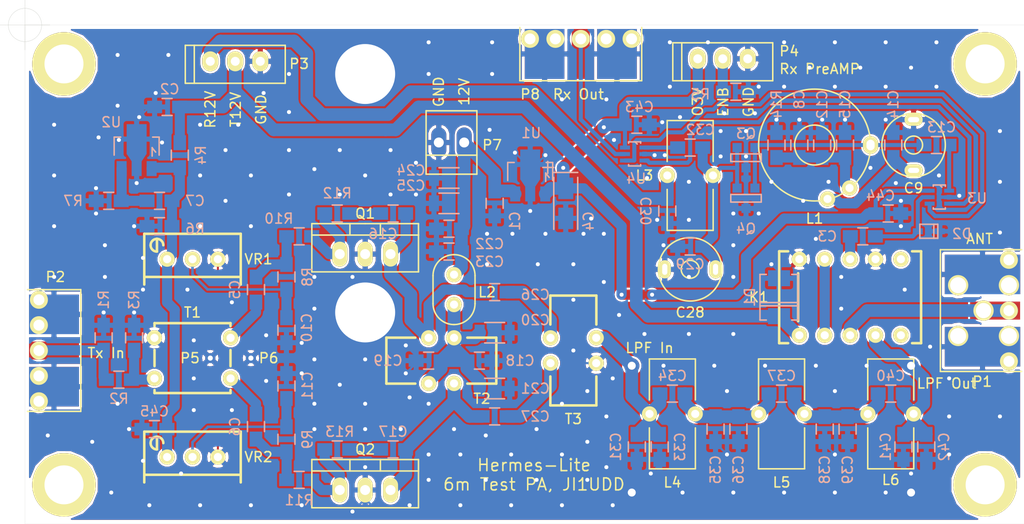
<source format=kicad_pcb>
(kicad_pcb (version 4) (host pcbnew 4.0.2-stable)
  (title_block (title "Hermes Lite 6m Test Power Amplifier") (date 2016-06-11) (rev 1.0) (company JI1UDD))
  (layers (0 F.Cu signal) (31 B.Cu signal) (34 B.Paste user) (35 F.Paste user) (36 B.SilkS user) (37 F.SilkS user) (38 B.Mask user) (39 F.Mask user) (44 Edge.Cuts user))
  (net 0 "")
  (net 1 R12V)
  (net 2 GND)
  (net 3 T12V)
  (net 4 "Net-(C3-Pad1)")
  (net 5 "Net-(C3-Pad2)")
  (net 6 /3V)
  (net 7 "Net-(C5-Pad1)")
  (net 8 "Net-(C5-Pad2)")
  (net 9 "Net-(C6-Pad1)")
  (net 10 "Net-(C6-Pad2)")
  (net 11 /8V)
  (net 12 "Net-(C12-Pad1)")
  (net 13 "Net-(C14-Pad1)")
  (net 14 "Net-(C10-Pad1)")
  (net 15 "Net-(C11-Pad1)")
  (net 16 "Net-(C13-Pad1)")
  (net 17 /LNA_In)
  (net 18 "Net-(C16-Pad1)")
  (net 19 "Net-(C16-Pad2)")
  (net 20 "Net-(C17-Pad1)")
  (net 21 "Net-(C17-Pad2)")
  (net 22 "Net-(C18-Pad1)")
  (net 23 "Net-(C26-Pad2)")
  (net 24 "Net-(C27-Pad2)")
  (net 25 "Net-(C28-Pad1)")
  (net 26 /PA_Out)
  (net 27 /LNA_Out)
  (net 28 "Net-(C34-Pad2)")
  (net 29 "Net-(C37-Pad2)")
  (net 30 /LPF_Out)
  (net 31 "Net-(K1-Pad2)")
  (net 32 /ANT)
  (net 33 "Net-(P2-Pad1)")
  (net 34 "Net-(P4-Pad2)")
  (net 35 "Net-(P8-Pad1)")
  (net 36 "Net-(Q1-Pad1)")
  (net 37 "Net-(Q2-Pad1)")
  (net 38 /PA_In)
  (net 39 "Net-(R6-Pad1)")
  (net 40 "Net-(U3-Pad3)")
  (net 41 12V)
  (module HERMESLITE:SOD323 (layer B.Cu) (at 169.418 57.658)
    (fp_text reference D2 (at 3.302 0.254) (layer B.SilkS) (effects (font (thickness 0.1524)) (justify mirror)))
    (fp_text value CDSOD323-T05LC hide)
    (pad 2 smd rect (at 1.09982 0) (size 1.00076 0.59944) (layers B.Cu B.Paste B.Mask) (net 2 GND))
    (pad 1 smd rect (at -1.09982 0) (size 1.00076 0.59944) (layers B.Cu B.Paste B.Mask) (net 5 "Net-(C3-Pad2)"))
  )
  (module HERMESLITE_PA6:C_0805_HandSoldering (layer B.Cu) (at 125.984 54.864 270)
    (fp_text reference C1 (at 1.778 -2.032 270) (layer B.SilkS) (effects (font (thickness 0.1524)) (justify mirror)))
    (fp_text value 330n hide)
    (pad 1 smd rect (at -1.25 0 270) (size 1.5 1.25) (layers B.Cu B.Paste B.Mask) (net 41 12V))
    (pad 2 smd rect (at 1.25 0 270) (size 1.5 1.25) (layers B.Cu B.Paste B.Mask) (net 2 GND))
  )
  (module HERMESLITE_PA6:C_0805_HandSoldering (layer B.Cu) (at 93.218 45.212)
    (fp_text reference C2 (at 0.254 -1.778) (layer B.SilkS) (effects (font (thickness 0.1524)) (justify mirror)))
    (fp_text value 1uF hide)
    (pad 1 smd rect (at -1.25 0) (size 1.5 1.25) (layers B.Cu B.Paste B.Mask) (net 2 GND))
    (pad 2 smd rect (at 1.25 0) (size 1.5 1.25) (layers B.Cu B.Paste B.Mask) (net 3 T12V))
  )
  (module HERMESLITE_PA6:C_0805_HandSoldering (layer B.Cu) (at 162.814 58.166)
    (fp_text reference C3 (at -3.556 0) (layer B.SilkS) (effects (font (thickness 0.1524)) (justify mirror)))
    (fp_text value 10n hide)
    (pad 1 smd rect (at -1.25 0) (size 1.5 1.25) (layers B.Cu B.Paste B.Mask) (net 4 "Net-(C3-Pad1)"))
    (pad 2 smd rect (at 1.25 0) (size 1.5 1.25) (layers B.Cu B.Paste B.Mask) (net 5 "Net-(C3-Pad2)"))
  )
  (module HERMESLITE_PA6:TantalC_SizeA_EIA-3216_Wave (layer B.Cu) (at 133.096 54.864 270)
    (fp_text reference C4 (at 1.778 -2.286 270) (layer B.SilkS) (effects (font (thickness 0.1524)) (justify mirror)))
    (fp_text value 10u/10V hide)
    (pad 2 smd rect (at 1.50114 0 270) (size 2.14884 1.50114) (layers B.Cu B.Paste B.Mask) (net 2 GND))
    (pad 1 smd rect (at -1.50114 0 270) (size 2.14884 1.50114) (layers B.Cu B.Paste B.Mask) (net 6 /3V))
  )
  (module HERMESLITE_PA6:C_0805_HandSoldering (layer B.Cu) (at 102.108 63.5 270)
    (fp_text reference C5 (at 0 2.1 270) (layer B.SilkS) (effects (font (thickness 0.1524)) (justify mirror)))
    (fp_text value 10n hide)
    (pad 1 smd rect (at -1.25 0 270) (size 1.5 1.25) (layers B.Cu B.Paste B.Mask) (net 7 "Net-(C5-Pad1)"))
    (pad 2 smd rect (at 1.25 0 270) (size 1.5 1.25) (layers B.Cu B.Paste B.Mask) (net 8 "Net-(C5-Pad2)"))
  )
  (module HERMESLITE_PA6:C_0805_HandSoldering (layer B.Cu) (at 102.108 77.216 270)
    (fp_text reference C6 (at 0 2.1 270) (layer B.SilkS) (effects (font (thickness 0.1524)) (justify mirror)))
    (fp_text value 10n hide)
    (pad 1 smd rect (at -1.25 0 270) (size 1.5 1.25) (layers B.Cu B.Paste B.Mask) (net 9 "Net-(C6-Pad1)"))
    (pad 2 smd rect (at 1.25 0 270) (size 1.5 1.25) (layers B.Cu B.Paste B.Mask) (net 10 "Net-(C6-Pad2)"))
  )
  (module HERMESLITE_PA6:C_0805_HandSoldering (layer B.Cu) (at 92.456 57.15 180)
    (fp_text reference C7 (at -3.556 2.54 180) (layer B.SilkS) (effects (font (thickness 0.1524)) (justify mirror)))
    (fp_text value 1uF hide)
    (pad 1 smd rect (at -1.25 0 180) (size 1.5 1.25) (layers B.Cu B.Paste B.Mask) (net 11 /8V))
    (pad 2 smd rect (at 1.25 0 180) (size 1.5 1.25) (layers B.Cu B.Paste B.Mask) (net 2 GND))
  )
  (module HERMESLITE_PA6:C_0805_HandSoldering (layer B.Cu) (at 156.464 49.022 90)
    (fp_text reference C8 (at 4.572 0 90) (layer B.SilkS) (effects (font (thickness 0.1524)) (justify mirror)))
    (fp_text value 10n hide)
    (pad 1 smd rect (at -1.25 0 90) (size 1.5 1.25) (layers B.Cu B.Paste B.Mask) (net 12 "Net-(C12-Pad1)"))
    (pad 2 smd rect (at 1.25 0 90) (size 1.5 1.25) (layers B.Cu B.Paste B.Mask) (net 2 GND))
  )
  (module HERMESLITE_PA6:TC_TZ03 (layer F.Cu) (at 167.894 49.022 270)
    (fp_text reference C9 (at 4.318 0 360) (layer F.SilkS) (effects (font (thickness 0.1524))))
    (fp_text value 30p hide)
    (pad 1 thru_hole oval (at 2.54 0 270) (size 1.22428 1.82372) (drill oval 0.51308 1.11252) (layers *.Cu *.Mask F.SilkS) (net 13 "Net-(C14-Pad1)"))
    (pad 2 thru_hole oval (at -2.54 0 270) (size 1.22428 1.82372) (drill oval 0.51308 1.11252) (layers *.Cu *.Mask F.SilkS) (net 2 GND))
  )
  (module HERMESLITE_PA6:C_0805_HandSoldering (layer B.Cu) (at 105.156 67.564 270)
    (fp_text reference C10 (at -0.254 -2.032 270) (layer B.SilkS) (effects (font (thickness 0.1524)) (justify mirror)))
    (fp_text value 10n hide)
    (pad 1 smd rect (at -1.25 0 270) (size 1.5 1.25) (layers B.Cu B.Paste B.Mask) (net 14 "Net-(C10-Pad1)"))
    (pad 2 smd rect (at 1.25 0 270) (size 1.5 1.25) (layers B.Cu B.Paste B.Mask) (net 2 GND))
  )
  (module HERMESLITE_PA6:C_0805_HandSoldering (layer B.Cu) (at 105.156 73.152 90)
    (fp_text reference C11 (at 0 2.1 90) (layer B.SilkS) (effects (font (thickness 0.1524)) (justify mirror)))
    (fp_text value 10n hide)
    (pad 1 smd rect (at -1.25 0 90) (size 1.5 1.25) (layers B.Cu B.Paste B.Mask) (net 15 "Net-(C11-Pad1)"))
    (pad 2 smd rect (at 1.25 0 90) (size 1.5 1.25) (layers B.Cu B.Paste B.Mask) (net 2 GND))
  )
  (module HERMESLITE_PA6:C_0805_HandSoldering (layer B.Cu) (at 158.75 49.022 90)
    (fp_text reference C12 (at 4.064 0 90) (layer B.SilkS) (effects (font (thickness 0.1524)) (justify mirror)))
    (fp_text value 10n hide)
    (pad 1 smd rect (at -1.25 0 90) (size 1.5 1.25) (layers B.Cu B.Paste B.Mask) (net 12 "Net-(C12-Pad1)"))
    (pad 2 smd rect (at 1.25 0 90) (size 1.5 1.25) (layers B.Cu B.Paste B.Mask) (net 2 GND))
  )
  (module HERMESLITE_PA6:C_0805_HandSoldering (layer B.Cu) (at 170.18 49.022)
    (fp_text reference C13 (at 0.508 -1.778) (layer B.SilkS) (effects (font (thickness 0.1524)) (justify mirror)))
    (fp_text value 10n hide)
    (pad 1 smd rect (at -1.25 0) (size 1.5 1.25) (layers B.Cu B.Paste B.Mask) (net 16 "Net-(C13-Pad1)"))
    (pad 2 smd rect (at 1.25 0) (size 1.5 1.25) (layers B.Cu B.Paste B.Mask) (net 17 /LNA_In))
  )
  (module HERMESLITE_PA6:C_0805_HandSoldering (layer B.Cu) (at 165.862 49.022 90)
    (fp_text reference C14 (at 4.064 0 90) (layer B.SilkS) (effects (font (thickness 0.1524)) (justify mirror)))
    (fp_text value 33p hide)
    (pad 1 smd rect (at -1.25 0 90) (size 1.5 1.25) (layers B.Cu B.Paste B.Mask) (net 13 "Net-(C14-Pad1)"))
    (pad 2 smd rect (at 1.25 0 90) (size 1.5 1.25) (layers B.Cu B.Paste B.Mask) (net 2 GND))
  )
  (module HERMESLITE_PA6:C_0805_HandSoldering (layer B.Cu) (at 161.036 49.022 90)
    (fp_text reference C15 (at 4.064 0 90) (layer B.SilkS) (effects (font (thickness 0.1524)) (justify mirror)))
    (fp_text value 10n hide)
    (pad 1 smd rect (at -1.25 0 90) (size 1.5 1.25) (layers B.Cu B.Paste B.Mask) (net 12 "Net-(C12-Pad1)"))
    (pad 2 smd rect (at 1.25 0 90) (size 1.5 1.25) (layers B.Cu B.Paste B.Mask) (net 2 GND))
  )
  (module HERMESLITE_PA6:C_0805_HandSoldering (layer B.Cu) (at 115.824 55.88)
    (fp_text reference C16 (at -1.016 2.032) (layer B.SilkS) (effects (font (thickness 0.1524)) (justify mirror)))
    (fp_text value DNI hide)
    (pad 1 smd rect (at -1.25 0) (size 1.5 1.25) (layers B.Cu B.Paste B.Mask) (net 18 "Net-(C16-Pad1)"))
    (pad 2 smd rect (at 1.25 0) (size 1.5 1.25) (layers B.Cu B.Paste B.Mask) (net 19 "Net-(C16-Pad2)"))
  )
  (module HERMESLITE_PA6:C_0805_HandSoldering (layer B.Cu) (at 115.824 79.502)
    (fp_text reference C17 (at 0 -1.778) (layer B.SilkS) (effects (font (thickness 0.1524)) (justify mirror)))
    (fp_text value DNI hide)
    (pad 1 smd rect (at -1.25 0) (size 1.5 1.25) (layers B.Cu B.Paste B.Mask) (net 20 "Net-(C17-Pad1)"))
    (pad 2 smd rect (at 1.25 0) (size 1.5 1.25) (layers B.Cu B.Paste B.Mask) (net 21 "Net-(C17-Pad2)"))
  )
  (module HERMESLITE_PA6:C_0805_HandSoldering (layer B.Cu) (at 124.46 70.612)
    (fp_text reference C18 (at 4.064 0) (layer B.SilkS) (effects (font (thickness 0.1524)) (justify mirror)))
    (fp_text value 10n hide)
    (pad 1 smd rect (at -1.25 0) (size 1.5 1.25) (layers B.Cu B.Paste B.Mask) (net 22 "Net-(C18-Pad1)"))
    (pad 2 smd rect (at 1.25 0) (size 1.5 1.25) (layers B.Cu B.Paste B.Mask) (net 2 GND))
  )
  (module HERMESLITE_PA6:C_0805_HandSoldering (layer B.Cu) (at 119.38 70.612 180)
    (fp_text reference C19 (at 4.064 0 180) (layer B.SilkS) (effects (font (thickness 0.1524)) (justify mirror)))
    (fp_text value 10n hide)
    (pad 1 smd rect (at -1.25 0 180) (size 1.5 1.25) (layers B.Cu B.Paste B.Mask) (net 22 "Net-(C18-Pad1)"))
    (pad 2 smd rect (at 1.25 0 180) (size 1.5 1.25) (layers B.Cu B.Paste B.Mask) (net 2 GND))
  )
  (module HERMESLITE_PA6:C_1206 (layer B.Cu) (at 125.984 67.818)
    (fp_text reference C20 (at 4.064 -1.27) (layer B.SilkS) (effects (font (thickness 0.1524)) (justify mirror)))
    (fp_text value 22u hide)
    (pad 1 smd rect (at -1.5 0) (size 1 1.6) (layers B.Cu B.Paste B.Mask) (net 22 "Net-(C18-Pad1)"))
    (pad 2 smd rect (at 1.5 0) (size 1 1.6) (layers B.Cu B.Paste B.Mask) (net 2 GND))
  )
  (module HERMESLITE_PA6:C_1206 (layer B.Cu) (at 125.984 73.406)
    (fp_text reference C21 (at 4.064 0) (layer B.SilkS) (effects (font (thickness 0.1524)) (justify mirror)))
    (fp_text value 22u hide)
    (pad 1 smd rect (at -1.5 0) (size 1 1.6) (layers B.Cu B.Paste B.Mask) (net 22 "Net-(C18-Pad1)"))
    (pad 2 smd rect (at 1.5 0) (size 1 1.6) (layers B.Cu B.Paste B.Mask) (net 2 GND))
  )
  (module HERMESLITE_PA6:C_0805_HandSoldering (layer B.Cu) (at 121.412 57.404 180)
    (fp_text reference C22 (at -4.064 -1.524 180) (layer B.SilkS) (effects (font (thickness 0.1524)) (justify mirror)))
    (fp_text value 10n hide)
    (pad 1 smd rect (at -1.25 0 180) (size 1.5 1.25) (layers B.Cu B.Paste B.Mask) (net 41 12V))
    (pad 2 smd rect (at 1.25 0 180) (size 1.5 1.25) (layers B.Cu B.Paste B.Mask) (net 2 GND))
  )
  (module HERMESLITE_PA6:C_0805_HandSoldering (layer B.Cu) (at 121.412 59.69 180)
    (fp_text reference C23 (at -4.064 -1.016 180) (layer B.SilkS) (effects (font (thickness 0.1524)) (justify mirror)))
    (fp_text value 10n hide)
    (pad 1 smd rect (at -1.25 0 180) (size 1.5 1.25) (layers B.Cu B.Paste B.Mask) (net 41 12V))
    (pad 2 smd rect (at 1.25 0 180) (size 1.5 1.25) (layers B.Cu B.Paste B.Mask) (net 2 GND))
  )
  (module HERMESLITE_PA6:C_1206 (layer B.Cu) (at 121.412 52.324 180)
    (fp_text reference C24 (at 3.81 0.762 180) (layer B.SilkS) (effects (font (thickness 0.1524)) (justify mirror)))
    (fp_text value 22u hide)
    (pad 1 smd rect (at -1.5 0 180) (size 1 1.6) (layers B.Cu B.Paste B.Mask) (net 41 12V))
    (pad 2 smd rect (at 1.5 0 180) (size 1 1.6) (layers B.Cu B.Paste B.Mask) (net 2 GND))
  )
  (module HERMESLITE_PA6:C_1206 (layer B.Cu) (at 121.412 54.864 180)
    (fp_text reference C25 (at 3.81 1.778 180) (layer B.SilkS) (effects (font (thickness 0.1524)) (justify mirror)))
    (fp_text value 22u hide)
    (pad 1 smd rect (at -1.5 0 180) (size 1 1.6) (layers B.Cu B.Paste B.Mask) (net 41 12V))
    (pad 2 smd rect (at 1.5 0 180) (size 1 1.6) (layers B.Cu B.Paste B.Mask) (net 2 GND))
  )
  (module HERMESLITE_PA6:C_0805_HandSoldering (layer B.Cu) (at 125.984 63.754)
    (fp_text reference C26 (at 4.064 0.254) (layer B.SilkS) (effects (font (thickness 0.1524)) (justify mirror)))
    (fp_text value 10n hide)
    (pad 1 smd rect (at -1.25 0) (size 1.5 1.25) (layers B.Cu B.Paste B.Mask) (net 19 "Net-(C16-Pad2)"))
    (pad 2 smd rect (at 1.25 0) (size 1.5 1.25) (layers B.Cu B.Paste B.Mask) (net 23 "Net-(C26-Pad2)"))
  )
  (module HERMESLITE_PA6:C_0805_HandSoldering (layer B.Cu) (at 125.984 76.2)
    (fp_text reference C27 (at 4.064 0) (layer B.SilkS) (effects (font (thickness 0.1524)) (justify mirror)))
    (fp_text value 10n hide)
    (pad 1 smd rect (at -1.25 0) (size 1.5 1.25) (layers B.Cu B.Paste B.Mask) (net 21 "Net-(C17-Pad2)"))
    (pad 2 smd rect (at 1.25 0) (size 1.5 1.25) (layers B.Cu B.Paste B.Mask) (net 24 "Net-(C27-Pad2)"))
  )
  (module HERMESLITE_PA6:TC_TZ03 (layer F.Cu) (at 145.542 61.468)
    (fp_text reference C28 (at 0 4.318) (layer F.SilkS) (effects (font (thickness 0.1524))))
    (fp_text value 30p hide)
    (pad 1 thru_hole oval (at 2.54 0) (size 1.22428 1.82372) (drill oval 0.51308 1.11252) (layers *.Cu *.Mask F.SilkS) (net 25 "Net-(C28-Pad1)"))
    (pad 2 thru_hole oval (at -2.54 0) (size 1.22428 1.82372) (drill oval 0.51308 1.11252) (layers *.Cu *.Mask F.SilkS) (net 2 GND))
  )
  (module HERMESLITE_PA6:C_0805_HandSoldering (layer B.Cu) (at 145.542 59.182 180)
    (fp_text reference C29 (at 0 -1.778 180) (layer B.SilkS) (effects (font (thickness 0.1524)) (justify mirror)))
    (fp_text value 33p hide)
    (pad 1 smd rect (at -1.25 0 180) (size 1.5 1.25) (layers B.Cu B.Paste B.Mask) (net 25 "Net-(C28-Pad1)"))
    (pad 2 smd rect (at 1.25 0 180) (size 1.5 1.25) (layers B.Cu B.Paste B.Mask) (net 2 GND))
  )
  (module HERMESLITE_PA6:C_0805_HandSoldering (layer B.Cu) (at 143.256 55.626 270)
    (fp_text reference C30 (at 0 2.1 270) (layer B.SilkS) (effects (font (thickness 0.1524)) (justify mirror)))
    (fp_text value 10n hide)
    (pad 1 smd rect (at -1.25 0 270) (size 1.5 1.25) (layers B.Cu B.Paste B.Mask) (net 1 R12V))
    (pad 2 smd rect (at 1.25 0 270) (size 1.5 1.25) (layers B.Cu B.Paste B.Mask) (net 2 GND))
  )
  (module HERMESLITE_PA6:C_0805_HandSoldering (layer B.Cu) (at 140.208 79.248 270)
    (fp_text reference C31 (at 0 2.1 270) (layer B.SilkS) (effects (font (thickness 0.1524)) (justify mirror)))
    (fp_text value 30p hide)
    (pad 1 smd rect (at -1.25 0 270) (size 1.5 1.25) (layers B.Cu B.Paste B.Mask) (net 26 /PA_Out))
    (pad 2 smd rect (at 1.25 0 270) (size 1.5 1.25) (layers B.Cu B.Paste B.Mask) (net 2 GND))
  )
  (module HERMESLITE_PA6:C_0805_HandSoldering (layer B.Cu) (at 145.542 49.276)
    (fp_text reference C32 (at 1.016 -1.778) (layer B.SilkS) (effects (font (thickness 0.1524)) (justify mirror)))
    (fp_text value 27p hide)
    (pad 1 smd rect (at -1.25 0) (size 1.5 1.25) (layers B.Cu B.Paste B.Mask) (net 27 /LNA_Out))
    (pad 2 smd rect (at 1.25 0) (size 1.5 1.25) (layers B.Cu B.Paste B.Mask) (net 25 "Net-(C28-Pad1)"))
  )
  (module HERMESLITE_PA6:C_0805_HandSoldering (layer B.Cu) (at 142.494 79.248 270)
    (fp_text reference C33 (at 0 -2.032 270) (layer B.SilkS) (effects (font (thickness 0.1524)) (justify mirror)))
    (fp_text value 30p hide)
    (pad 1 smd rect (at -1.25 0 270) (size 1.5 1.25) (layers B.Cu B.Paste B.Mask) (net 26 /PA_Out))
    (pad 2 smd rect (at 1.25 0 270) (size 1.5 1.25) (layers B.Cu B.Paste B.Mask) (net 2 GND))
  )
  (module HERMESLITE_PA6:C_0805_HandSoldering (layer B.Cu) (at 143.764 73.914)
    (fp_text reference C34 (at 0 -1.778) (layer B.SilkS) (effects (font (thickness 0.1524)) (justify mirror)))
    (fp_text value DNI hide)
    (pad 1 smd rect (at -1.25 0) (size 1.5 1.25) (layers B.Cu B.Paste B.Mask) (net 26 /PA_Out))
    (pad 2 smd rect (at 1.25 0) (size 1.5 1.25) (layers B.Cu B.Paste B.Mask) (net 28 "Net-(C34-Pad2)"))
  )
  (module HERMESLITE_PA6:C_0805_HandSoldering (layer B.Cu) (at 148.082 77.47 270)
    (fp_text reference C35 (at 4.064 0 270) (layer B.SilkS) (effects (font (thickness 0.1524)) (justify mirror)))
    (fp_text value 120p hide)
    (pad 1 smd rect (at -1.25 0 270) (size 1.5 1.25) (layers B.Cu B.Paste B.Mask) (net 28 "Net-(C34-Pad2)"))
    (pad 2 smd rect (at 1.25 0 270) (size 1.5 1.25) (layers B.Cu B.Paste B.Mask) (net 2 GND))
  )
  (module HERMESLITE_PA6:C_0805_HandSoldering (layer B.Cu) (at 150.368 77.47 270)
    (fp_text reference C36 (at 4.064 0 270) (layer B.SilkS) (effects (font (thickness 0.1524)) (justify mirror)))
    (fp_text value DNI hide)
    (pad 1 smd rect (at -1.25 0 270) (size 1.5 1.25) (layers B.Cu B.Paste B.Mask) (net 28 "Net-(C34-Pad2)"))
    (pad 2 smd rect (at 1.25 0 270) (size 1.5 1.25) (layers B.Cu B.Paste B.Mask) (net 2 GND))
  )
  (module HERMESLITE_PA6:C_0805_HandSoldering (layer B.Cu) (at 154.686 73.914)
    (fp_text reference C37 (at 0 -1.778) (layer B.SilkS) (effects (font (thickness 0.1524)) (justify mirror)))
    (fp_text value DNI hide)
    (pad 1 smd rect (at -1.25 0) (size 1.5 1.25) (layers B.Cu B.Paste B.Mask) (net 28 "Net-(C34-Pad2)"))
    (pad 2 smd rect (at 1.25 0) (size 1.5 1.25) (layers B.Cu B.Paste B.Mask) (net 29 "Net-(C37-Pad2)"))
  )
  (module HERMESLITE_PA6:C_0805_HandSoldering (layer B.Cu) (at 159.004 77.47 270)
    (fp_text reference C38 (at 4.064 0 270) (layer B.SilkS) (effects (font (thickness 0.1524)) (justify mirror)))
    (fp_text value 120p hide)
    (pad 1 smd rect (at -1.25 0 270) (size 1.5 1.25) (layers B.Cu B.Paste B.Mask) (net 29 "Net-(C37-Pad2)"))
    (pad 2 smd rect (at 1.25 0 270) (size 1.5 1.25) (layers B.Cu B.Paste B.Mask) (net 2 GND))
  )
  (module HERMESLITE_PA6:C_0805_HandSoldering (layer B.Cu) (at 161.29 77.47 270)
    (fp_text reference C39 (at 4.064 0 270) (layer B.SilkS) (effects (font (thickness 0.1524)) (justify mirror)))
    (fp_text value DNI hide)
    (pad 1 smd rect (at -1.25 0 270) (size 1.5 1.25) (layers B.Cu B.Paste B.Mask) (net 29 "Net-(C37-Pad2)"))
    (pad 2 smd rect (at 1.25 0 270) (size 1.5 1.25) (layers B.Cu B.Paste B.Mask) (net 2 GND))
  )
  (module HERMESLITE_PA6:C_0805_HandSoldering (layer B.Cu) (at 165.608 73.914)
    (fp_text reference C40 (at 0 -1.778) (layer B.SilkS) (effects (font (thickness 0.1524)) (justify mirror)))
    (fp_text value DNI hide)
    (pad 1 smd rect (at -1.25 0) (size 1.5 1.25) (layers B.Cu B.Paste B.Mask) (net 29 "Net-(C37-Pad2)"))
    (pad 2 smd rect (at 1.25 0) (size 1.5 1.25) (layers B.Cu B.Paste B.Mask) (net 30 /LPF_Out))
  )
  (module HERMESLITE_PA6:C_0805_HandSoldering (layer B.Cu) (at 166.878 79.248 270)
    (fp_text reference C41 (at 0 1.778 270) (layer B.SilkS) (effects (font (thickness 0.1524)) (justify mirror)))
    (fp_text value 30p hide)
    (pad 1 smd rect (at -1.25 0 270) (size 1.5 1.25) (layers B.Cu B.Paste B.Mask) (net 30 /LPF_Out))
    (pad 2 smd rect (at 1.25 0 270) (size 1.5 1.25) (layers B.Cu B.Paste B.Mask) (net 2 GND))
  )
  (module HERMESLITE_PA6:C_0805_HandSoldering (layer B.Cu) (at 169.164 79.248 270)
    (fp_text reference C42 (at 0 -1.778 270) (layer B.SilkS) (effects (font (thickness 0.1524)) (justify mirror)))
    (fp_text value 30p hide)
    (pad 1 smd rect (at -1.25 0 270) (size 1.5 1.25) (layers B.Cu B.Paste B.Mask) (net 30 /LPF_Out))
    (pad 2 smd rect (at 1.25 0 270) (size 1.5 1.25) (layers B.Cu B.Paste B.Mask) (net 2 GND))
  )
  (module "HERMESLITE_PA6:DO-214AC(SMA)_12Swap" (layer B.Cu) (at 154.432 64.262 270)
    (fp_text reference D1 (at 0 2.921 270) (layer B.SilkS) (effects (font (thickness 0.1524)) (justify mirror)))
    (fp_text value 1N5819 hide)
    (pad 2 smd rect (at -1.89992 0 270) (size 1.6002 2.19964) (layers B.Cu B.Paste B.Mask) (net 2 GND))
    (pad 1 smd rect (at 1.89992 0 270) (size 1.6002 2.19964) (layers B.Cu B.Paste B.Mask) (net 3 T12V))
  )
  (module HERMESLITE_PA6:Relay_EA2 (layer F.Cu) (at 161.544 64.262)
    (fp_text reference K1 (at -9.144 0) (layer F.SilkS) (effects (font (thickness 0.1524))))
    (fp_text value EA2 hide)
    (pad 1 thru_hole circle (at -5.08 3.81) (size 1.524 1.524) (drill 0.8128) (layers *.Cu *.Mask F.SilkS) (net 3 T12V))
    (pad 2 thru_hole circle (at -2.54 3.81) (size 1.524 1.524) (drill 0.8128) (layers *.Cu *.Mask F.SilkS) (net 31 "Net-(K1-Pad2)"))
    (pad 3 thru_hole circle (at 0 3.81) (size 1.524 1.524) (drill 0.8128) (layers *.Cu *.Mask F.SilkS) (net 32 /ANT))
    (pad 4 thru_hole circle (at 2.54 3.81) (size 1.524 1.524) (drill 0.8128) (layers *.Cu *.Mask F.SilkS) (net 30 /LPF_Out))
    (pad 5 thru_hole circle (at 5.08 3.81) (size 1.524 1.524) (drill 0.8128) (layers *.Cu *.Mask F.SilkS))
    (pad 6 thru_hole circle (at 5.08 -3.81) (size 1.524 1.524) (drill 0.8128) (layers *.Cu *.Mask F.SilkS))
    (pad 7 thru_hole circle (at 2.54 -3.81) (size 1.524 1.524) (drill 0.8128) (layers *.Cu *.Mask F.SilkS) (net 2 GND))
    (pad 8 thru_hole circle (at 0 -3.81) (size 1.524 1.524) (drill 0.8128) (layers *.Cu *.Mask F.SilkS) (net 4 "Net-(C3-Pad1)"))
    (pad 9 thru_hole circle (at -2.54 -3.81) (size 1.524 1.524) (drill 0.8128) (layers *.Cu *.Mask F.SilkS) (net 31 "Net-(K1-Pad2)"))
    (pad 10 thru_hole circle (at -5.08 -3.81) (size 1.524 1.524) (drill 0.8128) (layers *.Cu *.Mask F.SilkS) (net 2 GND))
  )
  (module HERMESLITE_PA6:T37_TP (layer F.Cu) (at 157.988 49.022)
    (fp_text reference L1 (at 0 7.366) (layer F.SilkS) (effects (font (thickness 0.1524))))
    (fp_text value T37-10 hide)
    (pad 3 thru_hole oval (at 5.6 0) (size 1.524 1.778) (drill oval 0.8128 1.0668) (layers *.Cu *.Mask F.SilkS) (net 16 "Net-(C13-Pad1)"))
    (pad 1 thru_hole circle (at 1.3 5.4) (size 1.524 1.524) (drill 0.8128) (layers *.Cu *.Mask F.SilkS) (net 13 "Net-(C14-Pad1)"))
    (pad 2 thru_hole circle (at 3.5 4.3) (size 1.524 1.524) (drill 0.8128) (layers *.Cu *.Mask F.SilkS) (net 12 "Net-(C12-Pad1)"))
  )
  (module HERMESLITE_PA6:BN43-2402_Choke (layer F.Cu) (at 121.92 63.5 90)
    (fp_text reference L2 (at -0.254 3.302 180) (layer F.SilkS) (effects (font (thickness 0.1524))))
    (fp_text value BN43-2402 hide)
    (pad 1 thru_hole circle (at -1.5 0 90) (size 1.524 1.524) (drill 0.8128) (layers *.Cu *.Mask F.SilkS) (net 22 "Net-(C18-Pad1)"))
    (pad 2 thru_hole circle (at 1.5 0 90) (size 1.524 1.524) (drill 0.8128) (layers *.Cu *.Mask F.SilkS) (net 41 12V))
  )
  (module HERMESLITE_PA6:T37_SL (layer F.Cu) (at 145.542 52.07 90)
    (fp_text reference L3 (at 0 -4.572 180) (layer F.SilkS) (effects (font (thickness 0.1524))))
    (fp_text value T37-10 hide)
    (pad 1 thru_hole circle (at 0 2.286 90) (size 1.524 1.524) (drill 0.8128) (layers *.Cu *.Mask F.SilkS) (net 25 "Net-(C28-Pad1)"))
    (pad 2 thru_hole circle (at 0 -2.286 90) (size 1.524 1.524) (drill 0.8128) (layers *.Cu *.Mask F.SilkS) (net 1 R12V))
  )
  (module HERMESLITE_PA6:T37_SL (layer F.Cu) (at 143.764 75.946 270)
    (fp_text reference L4 (at 6.858 0 360) (layer F.SilkS) (effects (font (thickness 0.1524))))
    (fp_text value T37-6 hide)
    (pad 1 thru_hole circle (at 0 2.286 270) (size 1.524 1.524) (drill 0.8128) (layers *.Cu *.Mask F.SilkS) (net 26 /PA_Out))
    (pad 2 thru_hole circle (at 0 -2.286 270) (size 1.524 1.524) (drill 0.8128) (layers *.Cu *.Mask F.SilkS) (net 28 "Net-(C34-Pad2)"))
  )
  (module HERMESLITE_PA6:T37_SL (layer F.Cu) (at 154.686 75.946 270)
    (fp_text reference L5 (at 6.858 0 360) (layer F.SilkS) (effects (font (thickness 0.1524))))
    (fp_text value T37-6 hide)
    (pad 1 thru_hole circle (at 0 2.286 270) (size 1.524 1.524) (drill 0.8128) (layers *.Cu *.Mask F.SilkS) (net 28 "Net-(C34-Pad2)"))
    (pad 2 thru_hole circle (at 0 -2.286 270) (size 1.524 1.524) (drill 0.8128) (layers *.Cu *.Mask F.SilkS) (net 29 "Net-(C37-Pad2)"))
  )
  (module HERMESLITE_PA6:T37_SL (layer F.Cu) (at 165.608 75.946 270)
    (fp_text reference L6 (at 6.604 0 360) (layer F.SilkS) (effects (font (thickness 0.1524))))
    (fp_text value T37-6 hide)
    (pad 1 thru_hole circle (at 0 2.286 270) (size 1.524 1.524) (drill 0.8128) (layers *.Cu *.Mask F.SilkS) (net 29 "Net-(C37-Pad2)"))
    (pad 2 thru_hole circle (at 0 -2.286 270) (size 1.524 1.524) (drill 0.8128) (layers *.Cu *.Mask F.SilkS) (net 30 /LPF_Out))
  )
  (module HERMESLITE_PA6:rfconnectorB-1 (layer F.Cu) (at 178.7 65.6)
    (fp_text reference P1 (at -3.937 7.112) (layer F.SilkS) (effects (font (thickness 0.1524))))
    (fp_text value Antenna hide)
    (pad 2 thru_hole circle (at -1.27 5.08) (size 1.8 1.8) (drill 1.1) (layers *.Cu *.Mask F.SilkS) (net 2 GND))
    (pad 2 thru_hole circle (at -1.27 -5.08) (size 1.8 1.8) (drill 1.1) (layers *.Cu *.Mask F.SilkS) (net 2 GND))
    (pad 1 smd rect (at -2.65 0) (size 5 1.8) (layers F.Cu F.Paste F.Mask) (net 32 /ANT))
    (pad 2 smd rect (at -3.9116 -3.62) (size 7.5438 3.96) (layers F.Cu F.Paste F.Mask) (net 2 GND))
    (pad 2 smd rect (at -3.9116 3.62) (size 7.5438 3.96) (layers F.Cu F.Paste F.Mask) (net 2 GND))
    (pad 2 smd rect (at -3.9116 -3.62) (size 7.5438 3.96) (layers B.Cu B.Paste B.Mask) (net 2 GND))
    (pad 2 smd rect (at -3.9116 3.62) (size 7.5438 3.96) (layers B.Cu B.Paste B.Mask) (net 2 GND))
    (pad 2 thru_hole circle (at -1.27 2.54) (size 2.032 2.032) (drill 1.6002) (layers *.Cu *.Mask F.SilkS) (net 2 GND))
    (pad 2 thru_hole circle (at -1.27 -2.54) (size 2.032 2.032) (drill 1.6002) (layers *.Cu *.Mask F.SilkS) (net 2 GND))
    (pad 1 thru_hole circle (at -1.27 0) (size 1.8 1.8) (drill 1.1) (layers *.Cu *.Mask F.SilkS) (net 32 /ANT))
    (pad 2 thru_hole circle (at -6.35 -2.54) (size 2.032 2.032) (drill 1.6002) (layers *.Cu *.Mask F.SilkS) (net 2 GND))
    (pad 2 thru_hole circle (at -6.35 2.54) (size 2.032 2.032) (drill 1.6002) (layers *.Cu *.Mask F.SilkS) (net 2 GND))
    (pad 1 thru_hole circle (at -3.81 0) (size 2.032 2.032) (drill 1.524) (layers *.Cu *.Mask F.SilkS) (net 32 /ANT))
  )
  (module HERMESLITE:rfconnector (layer F.Cu) (at 79.25 69.6 180)
    (fp_text reference P2 (at -2.792 7.37 180) (layer F.SilkS) (effects (font (thickness 0.1524))))
    (fp_text value "TX IN" hide)
    (pad 2 thru_hole circle (at -1.143 5.08 180) (size 1.8 1.8) (drill 1.1) (layers *.Cu *.Mask F.SilkS) (net 2 GND))
    (pad 2 thru_hole circle (at -1.143 -5.08 180) (size 1.8 1.8) (drill 1.1) (layers *.Cu *.Mask F.SilkS) (net 2 GND))
    (pad 1 smd rect (at -2.65 0 180) (size 5 1.8) (layers F.Cu F.Paste F.Mask) (net 33 "Net-(P2-Pad1)"))
    (pad 2 smd rect (at -2.65 -3.62 180) (size 5 3.96) (layers F.Cu F.Paste F.Mask) (net 2 GND))
    (pad 2 smd rect (at -2.65 3.62 180) (size 5 3.96) (layers F.Cu F.Paste F.Mask) (net 2 GND))
    (pad 2 smd rect (at -2.65 -3.62 180) (size 5 3.96) (layers B.Cu B.Paste B.Mask) (net 2 GND))
    (pad 2 smd rect (at -2.65 3.62 180) (size 5 3.96) (layers B.Cu B.Paste B.Mask) (net 2 GND))
    (pad 2 thru_hole circle (at -1.143 2.54 180) (size 1.8 1.8) (drill 1.1) (layers *.Cu *.Mask F.SilkS) (net 2 GND))
    (pad 2 thru_hole circle (at -1.143 -2.54 180) (size 1.8 1.8) (drill 1.1) (layers *.Cu *.Mask F.SilkS) (net 2 GND))
    (pad 1 thru_hole circle (at -1.143 0 180) (size 1.8 1.8) (drill 1.1) (layers *.Cu *.Mask F.SilkS) (net 33 "Net-(P2-Pad1)"))
  )
  (module HERMESLITE_PA6:JST_EH_3P (layer F.Cu) (at 97.536 40.64)
    (fp_text reference P3 (at 8.89 0.254) (layer F.SilkS) (effects (font (thickness 0.1524))))
    (fp_text value "Controlled PWR" hide)
    (pad 1 thru_hole oval (at 0 0) (size 1.6002 1.99898) (drill 0.89916) (layers *.Cu *.Mask F.SilkS) (net 1 R12V))
    (pad 2 thru_hole oval (at 2.49936 0) (size 1.6002 1.99898) (drill 0.89916) (layers *.Cu *.Mask F.SilkS) (net 3 T12V))
    (pad 3 thru_hole oval (at 5.00126 0) (size 1.6002 1.99898) (drill 0.89916) (layers *.Cu *.Mask F.SilkS) (net 2 GND))
  )
  (module HERMESLITE_PA6:JST_EH_3P (layer F.Cu) (at 146.304 40.386)
    (fp_text reference P4 (at 9.144 -0.762) (layer F.SilkS) (effects (font (thickness 0.1524))))
    (fp_text value PreAMP hide)
    (pad 1 thru_hole oval (at 0 0) (size 1.6002 1.99898) (drill 0.89916) (layers *.Cu *.Mask F.SilkS) (net 6 /3V))
    (pad 2 thru_hole oval (at 2.49936 0) (size 1.6002 1.99898) (drill 0.89916) (layers *.Cu *.Mask F.SilkS) (net 34 "Net-(P4-Pad2)"))
    (pad 3 thru_hole oval (at 5.00126 0) (size 1.6002 1.99898) (drill 0.89916) (layers *.Cu *.Mask F.SilkS) (net 2 GND))
  )
  (module HERMESLITE:via20 (layer F.Cu) (at 97.536 70.358)
    (fp_text reference P5 (at -2.032 0) (layer F.SilkS) (effects (font (thickness 0.1524))))
    (fp_text value GND hide)
    (pad 1 thru_hole circle (at 0 0) (size 1.016 1.016) (drill 0.508) (layers *.Cu) (net 2 GND))
  )
  (module HERMESLITE:via20 (layer F.Cu) (at 101.6 70.358)
    (fp_text reference P6 (at 1.778 0) (layer F.SilkS) (effects (font (thickness 0.1524))))
    (fp_text value GND hide)
    (pad 1 thru_hole circle (at 0 0) (size 1.016 1.016) (drill 0.508) (layers *.Cu) (net 2 GND))
  )
  (module HERMESLITE_PA6:PINHEAD1-2 (layer F.Cu) (at 121.666 48.768 180)
    (fp_text reference P7 (at -4.064 -0.254 180) (layer F.SilkS) (effects (font (thickness 0.1524))))
    (fp_text value 12V hide)
    (pad 1 thru_hole oval (at -1.27 0 180) (size 1.50622 3.01498) (drill 0.99822) (layers *.Cu *.Mask) (net 41 12V))
    (pad 2 thru_hole oval (at 1.27 0 180) (size 1.50622 3.01498) (drill 0.99822) (layers *.Cu *.Mask) (net 2 GND))
  )
  (module HERMESLITE:rfconnector (layer F.Cu) (at 134.6 37.25 90)
    (fp_text reference P8 (at -6.692 -5.06 180) (layer F.SilkS) (effects (font (thickness 0.1524))))
    (fp_text value "RX IN" hide)
    (pad 2 thru_hole circle (at -1.143 5.08 90) (size 1.8 1.8) (drill 1.1) (layers *.Cu *.Mask F.SilkS) (net 2 GND))
    (pad 2 thru_hole circle (at -1.143 -5.08 90) (size 1.8 1.8) (drill 1.1) (layers *.Cu *.Mask F.SilkS) (net 2 GND))
    (pad 1 smd rect (at -2.65 0 90) (size 5 1.8) (layers F.Cu F.Paste F.Mask) (net 35 "Net-(P8-Pad1)"))
    (pad 2 smd rect (at -2.65 -3.62 90) (size 5 3.96) (layers F.Cu F.Paste F.Mask) (net 2 GND))
    (pad 2 smd rect (at -2.65 3.62 90) (size 5 3.96) (layers F.Cu F.Paste F.Mask) (net 2 GND))
    (pad 2 smd rect (at -2.65 -3.62 90) (size 5 3.96) (layers B.Cu B.Paste B.Mask) (net 2 GND))
    (pad 2 smd rect (at -2.65 3.62 90) (size 5 3.96) (layers B.Cu B.Paste B.Mask) (net 2 GND))
    (pad 2 thru_hole circle (at -1.143 2.54 90) (size 1.8 1.8) (drill 1.1) (layers *.Cu *.Mask F.SilkS) (net 2 GND))
    (pad 2 thru_hole circle (at -1.143 -2.54 90) (size 1.8 1.8) (drill 1.1) (layers *.Cu *.Mask F.SilkS) (net 2 GND))
    (pad 1 thru_hole circle (at -1.143 0 90) (size 1.8 1.8) (drill 1.1) (layers *.Cu *.Mask F.SilkS) (net 35 "Net-(P8-Pad1)"))
  )
  (module HERMESLITE:TO-220_Neutral123_Vertical (layer F.Cu) (at 113.03 59.944)
    (fp_text reference Q1 (at 0 -4.064) (layer F.SilkS) (effects (font (thickness 0.1524))))
    (fp_text value RD06HHF1 hide)
    (pad 2 thru_hole oval (at 0 0 90) (size 2.49936 1.50114) (drill 1.00076) (layers *.Cu *.Mask F.SilkS) (net 2 GND))
    (pad 1 thru_hole oval (at -2.54 0 90) (size 2.49936 1.50114) (drill 1.00076) (layers *.Cu *.Mask F.SilkS) (net 36 "Net-(Q1-Pad1)"))
    (pad 3 thru_hole oval (at 2.54 0 90) (size 2.49936 1.50114) (drill 1.00076) (layers *.Cu *.Mask F.SilkS) (net 19 "Net-(C16-Pad2)"))
  )
  (module HERMESLITE:TO-220_Neutral123_Vertical (layer F.Cu) (at 113.03 83.566)
    (fp_text reference Q2 (at 0 -4.064) (layer F.SilkS) (effects (font (thickness 0.1524))))
    (fp_text value RD06HHF1 hide)
    (pad 2 thru_hole oval (at 0 0 90) (size 2.49936 1.50114) (drill 1.00076) (layers *.Cu *.Mask F.SilkS) (net 2 GND))
    (pad 1 thru_hole oval (at -2.54 0 90) (size 2.49936 1.50114) (drill 1.00076) (layers *.Cu *.Mask F.SilkS) (net 37 "Net-(Q2-Pad1)"))
    (pad 3 thru_hole oval (at 2.54 0 90) (size 2.49936 1.50114) (drill 1.00076) (layers *.Cu *.Mask F.SilkS) (net 21 "Net-(C17-Pad2)"))
  )
  (module HERMESLITE_PA6:SOT23-123 (layer B.Cu) (at 151.13 50.292 180)
    (fp_text reference Q3 (at 0 2.413 180) (layer B.SilkS) (effects (font (thickness 0.1524)) (justify mirror)))
    (fp_text value MMBFJ310 hide)
    (pad 2 smd rect (at -0.889 1.016 180) (size 0.9144 0.9144) (layers B.Cu B.Paste B.Mask) (net 16 "Net-(C13-Pad1)"))
    (pad 1 smd rect (at 0.889 1.016 180) (size 0.9144 0.9144) (layers B.Cu B.Paste B.Mask) (net 25 "Net-(C28-Pad1)"))
    (pad 3 smd rect (at 0 -1.016 180) (size 0.9144 0.9144) (layers B.Cu B.Paste B.Mask) (net 2 GND))
  )
  (module HERMESLITE_PA6:SOT23-123 (layer B.Cu) (at 151.13 54.356 180)
    (fp_text reference Q4 (at 0 -3.048 180) (layer B.SilkS) (effects (font (thickness 0.1524)) (justify mirror)))
    (fp_text value MMBFJ310 hide)
    (pad 2 smd rect (at -0.889 1.016 180) (size 0.9144 0.9144) (layers B.Cu B.Paste B.Mask) (net 16 "Net-(C13-Pad1)"))
    (pad 1 smd rect (at 0.889 1.016 180) (size 0.9144 0.9144) (layers B.Cu B.Paste B.Mask) (net 25 "Net-(C28-Pad1)"))
    (pad 3 smd rect (at 0 -1.016 180) (size 0.9144 0.9144) (layers B.Cu B.Paste B.Mask) (net 2 GND))
  )
  (module HERMESLITE_PA6:C_0805_HandSoldering (layer B.Cu) (at 86.868 68.326 270)
    (fp_text reference R1 (at -3.81 0 270) (layer B.SilkS) (effects (font (thickness 0.1524)) (justify mirror)))
    (fp_text value DNI hide)
    (pad 1 smd rect (at -1.25 0 270) (size 1.5 1.25) (layers B.Cu B.Paste B.Mask) (net 2 GND))
    (pad 2 smd rect (at 1.25 0 270) (size 1.5 1.25) (layers B.Cu B.Paste B.Mask) (net 33 "Net-(P2-Pad1)"))
  )
  (module HERMESLITE_PA6:C_0805_HandSoldering (layer B.Cu) (at 88.392 72.517 180)
    (fp_text reference R2 (at 0 -1.905 180) (layer B.SilkS) (effects (font (thickness 0.1524)) (justify mirror)))
    (fp_text value 0 hide)
    (pad 1 smd rect (at -1.25 0 180) (size 1.5 1.25) (layers B.Cu B.Paste B.Mask) (net 38 /PA_In))
    (pad 2 smd rect (at 1.25 0 180) (size 1.5 1.25) (layers B.Cu B.Paste B.Mask) (net 33 "Net-(P2-Pad1)"))
  )
  (module HERMESLITE_PA6:C_0805_HandSoldering (layer B.Cu) (at 89.916 68.326 270)
    (fp_text reference R3 (at -3.81 0 270) (layer B.SilkS) (effects (font (thickness 0.1524)) (justify mirror)))
    (fp_text value DNI hide)
    (pad 1 smd rect (at -1.25 0 270) (size 1.5 1.25) (layers B.Cu B.Paste B.Mask) (net 2 GND))
    (pad 2 smd rect (at 1.25 0 270) (size 1.5 1.25) (layers B.Cu B.Paste B.Mask) (net 38 /PA_In))
  )
  (module HERMESLITE_PA6:C_0805_HandSoldering (layer B.Cu) (at 94.488 50.038 90)
    (fp_text reference R4 (at 0 2.1 90) (layer B.SilkS) (effects (font (thickness 0.1524)) (justify mirror)))
    (fp_text value 560 hide)
    (pad 1 smd rect (at -1.25 0 90) (size 1.5 1.25) (layers B.Cu B.Paste B.Mask) (net 11 /8V))
    (pad 2 smd rect (at 1.25 0 90) (size 1.5 1.25) (layers B.Cu B.Paste B.Mask) (net 3 T12V))
  )
  (module HERMESLITE_PA6:C_0805_HandSoldering (layer B.Cu) (at 150.114 43.688 180)
    (fp_text reference R5 (at 3.556 -0.254 180) (layer B.SilkS) (effects (font (thickness 0.1524)) (justify mirror)))
    (fp_text value 10k hide)
    (pad 1 smd rect (at -1.25 0 180) (size 1.5 1.25) (layers B.Cu B.Paste B.Mask) (net 2 GND))
    (pad 2 smd rect (at 1.25 0 180) (size 1.5 1.25) (layers B.Cu B.Paste B.Mask) (net 34 "Net-(P4-Pad2)"))
  )
  (module HERMESLITE_PA6:C_0805_HandSoldering (layer B.Cu) (at 92.456 54.61)
    (fp_text reference R6 (at 3.556 2.794) (layer B.SilkS) (effects (font (thickness 0.1524)) (justify mirror)))
    (fp_text value 4.7k hide)
    (pad 1 smd rect (at -1.25 0) (size 1.5 1.25) (layers B.Cu B.Paste B.Mask) (net 39 "Net-(R6-Pad1)"))
    (pad 2 smd rect (at 1.25 0) (size 1.5 1.25) (layers B.Cu B.Paste B.Mask) (net 11 /8V))
  )
  (module HERMESLITE_PA6:C_0805_HandSoldering (layer B.Cu) (at 87.376 54.61)
    (fp_text reference R7 (at -3.556 0) (layer B.SilkS) (effects (font (thickness 0.1524)) (justify mirror)))
    (fp_text value 2.2k hide)
    (pad 1 smd rect (at -1.25 0) (size 1.5 1.25) (layers B.Cu B.Paste B.Mask) (net 2 GND))
    (pad 2 smd rect (at 1.25 0) (size 1.5 1.25) (layers B.Cu B.Paste B.Mask) (net 39 "Net-(R6-Pad1)"))
  )
  (module HERMESLITE_PA6:C_0805_HandSoldering (layer B.Cu) (at 105.156 62.23 90)
    (fp_text reference R8 (at 0 2.1 90) (layer B.SilkS) (effects (font (thickness 0.1524)) (justify mirror)))
    (fp_text value 1k hide)
    (pad 1 smd rect (at -1.25 0 90) (size 1.5 1.25) (layers B.Cu B.Paste B.Mask) (net 14 "Net-(C10-Pad1)"))
    (pad 2 smd rect (at 1.25 0 90) (size 1.5 1.25) (layers B.Cu B.Paste B.Mask) (net 7 "Net-(C5-Pad1)"))
  )
  (module HERMESLITE_PA6:C_0805_HandSoldering (layer B.Cu) (at 105.156 78.486 90)
    (fp_text reference R9 (at 0 2.1 90) (layer B.SilkS) (effects (font (thickness 0.1524)) (justify mirror)))
    (fp_text value 1k hide)
    (pad 1 smd rect (at -1.25 0 90) (size 1.5 1.25) (layers B.Cu B.Paste B.Mask) (net 10 "Net-(C6-Pad2)"))
    (pad 2 smd rect (at 1.25 0 90) (size 1.5 1.25) (layers B.Cu B.Paste B.Mask) (net 15 "Net-(C11-Pad1)"))
  )
  (module HERMESLITE_PA6:C_0805_HandSoldering (layer B.Cu) (at 106.426 58.166 180)
    (fp_text reference R10 (at 2.032 1.778 180) (layer B.SilkS) (effects (font (thickness 0.1524)) (justify mirror)))
    (fp_text value 4.7 hide)
    (pad 1 smd rect (at -1.25 0 180) (size 1.5 1.25) (layers B.Cu B.Paste B.Mask) (net 36 "Net-(Q1-Pad1)"))
    (pad 2 smd rect (at 1.25 0 180) (size 1.5 1.25) (layers B.Cu B.Paste B.Mask) (net 7 "Net-(C5-Pad1)"))
  )
  (module HERMESLITE_PA6:C_0805_HandSoldering (layer B.Cu) (at 106.426 82.55 180)
    (fp_text reference R11 (at 0 -2.032 180) (layer B.SilkS) (effects (font (thickness 0.1524)) (justify mirror)))
    (fp_text value 4.7 hide)
    (pad 1 smd rect (at -1.25 0 180) (size 1.5 1.25) (layers B.Cu B.Paste B.Mask) (net 37 "Net-(Q2-Pad1)"))
    (pad 2 smd rect (at 1.25 0 180) (size 1.5 1.25) (layers B.Cu B.Paste B.Mask) (net 10 "Net-(C6-Pad2)"))
  )
  (module HERMESLITE_PA6:C_0805_HandSoldering (layer B.Cu) (at 110.236 55.88 180)
    (fp_text reference R12 (at 0 2.032 180) (layer B.SilkS) (effects (font (thickness 0.1524)) (justify mirror)))
    (fp_text value DNI hide)
    (pad 1 smd rect (at -1.25 0 180) (size 1.5 1.25) (layers B.Cu B.Paste B.Mask) (net 18 "Net-(C16-Pad1)"))
    (pad 2 smd rect (at 1.25 0 180) (size 1.5 1.25) (layers B.Cu B.Paste B.Mask) (net 36 "Net-(Q1-Pad1)"))
  )
  (module HERMESLITE_PA6:C_0805_HandSoldering (layer B.Cu) (at 110.236 79.502 180)
    (fp_text reference R13 (at -0.254 1.778 180) (layer B.SilkS) (effects (font (thickness 0.1524)) (justify mirror)))
    (fp_text value DNI hide)
    (pad 1 smd rect (at -1.25 0 180) (size 1.5 1.25) (layers B.Cu B.Paste B.Mask) (net 20 "Net-(C17-Pad1)"))
    (pad 2 smd rect (at 1.25 0 180) (size 1.5 1.25) (layers B.Cu B.Paste B.Mask) (net 37 "Net-(Q2-Pad1)"))
  )
  (module HERMESLITE_PA6:C_0805_HandSoldering (layer B.Cu) (at 154.178 49.022 90)
    (fp_text reference R14 (at 4.064 0 90) (layer B.SilkS) (effects (font (thickness 0.1524)) (justify mirror)))
    (fp_text value 33 hide)
    (pad 1 smd rect (at -1.25 0 90) (size 1.5 1.25) (layers B.Cu B.Paste B.Mask) (net 12 "Net-(C12-Pad1)"))
    (pad 2 smd rect (at 1.25 0 90) (size 1.5 1.25) (layers B.Cu B.Paste B.Mask) (net 2 GND))
  )
  (module HERMESLITE_PA6:BN43-2402_TRNS (layer F.Cu) (at 95.758 70.358)
    (fp_text reference T1 (at 0 -4.572) (layer F.SilkS) (effects (font (thickness 0.1524))))
    (fp_text value BN43-2402 hide)
    (pad 1 thru_hole circle (at -3.81 2.032) (size 1.524 1.524) (drill 0.8128) (layers *.Cu *.Mask F.SilkS) (net 38 /PA_In))
    (pad 2 thru_hole circle (at -3.81 -2.032) (size 1.524 1.524) (drill 0.8128) (layers *.Cu *.Mask F.SilkS) (net 2 GND))
    (pad 3 thru_hole circle (at 3.81 2.032) (size 1.524 1.524) (drill 0.8128) (layers *.Cu *.Mask F.SilkS) (net 9 "Net-(C6-Pad1)"))
    (pad 4 thru_hole circle (at 3.81 -2.032) (size 1.524 1.524) (drill 0.8128) (layers *.Cu *.Mask F.SilkS) (net 8 "Net-(C5-Pad2)"))
  )
  (module HERMESLITE_PA6:FT37_DF (layer F.Cu) (at 120.65 70.612 180)
    (fp_text reference T2 (at -4.064 -3.81 180) (layer F.SilkS) (effects (font (thickness 0.1524))))
    (fp_text value FT37-61 hide)
    (pad 1 thru_hole circle (at -1.27 2.286 180) (size 1.524 1.524) (drill 0.8128) (layers *.Cu *.Mask F.SilkS) (net 22 "Net-(C18-Pad1)"))
    (pad 2 thru_hole circle (at 1.27 2.286 180) (size 1.524 1.524) (drill 0.8128) (layers *.Cu *.Mask F.SilkS) (net 19 "Net-(C16-Pad2)"))
    (pad 3 thru_hole circle (at -1.27 -2.286 180) (size 1.524 1.524) (drill 0.8128) (layers *.Cu *.Mask F.SilkS) (net 21 "Net-(C17-Pad2)"))
    (pad 4 thru_hole circle (at 1.27 -2.286 180) (size 1.524 1.524) (drill 0.8128) (layers *.Cu *.Mask F.SilkS) (net 22 "Net-(C18-Pad1)"))
  )
  (module HERMESLITE_PA6:FT37_DF (layer F.Cu) (at 133.858 69.596 270)
    (fp_text reference T3 (at 6.858 0 360) (layer F.SilkS) (effects (font (thickness 0.1524))))
    (fp_text value FT37-61 hide)
    (pad 1 thru_hole circle (at -1.27 2.286 270) (size 1.524 1.524) (drill 0.8128) (layers *.Cu *.Mask F.SilkS) (net 23 "Net-(C26-Pad2)"))
    (pad 2 thru_hole circle (at 1.27 2.286 270) (size 1.524 1.524) (drill 0.8128) (layers *.Cu *.Mask F.SilkS) (net 24 "Net-(C27-Pad2)"))
    (pad 3 thru_hole circle (at -1.27 -2.286 270) (size 1.524 1.524) (drill 0.8128) (layers *.Cu *.Mask F.SilkS) (net 26 /PA_Out))
    (pad 4 thru_hole circle (at 1.27 -2.286 270) (size 1.524 1.524) (drill 0.8128) (layers *.Cu *.Mask F.SilkS) (net 2 GND))
  )
  (module HERMESLITE_PA6:SOT89-3_Housing (layer B.Cu) (at 129.54 52.07 180)
    (fp_text reference U1 (at -0.09906 4.24942 180) (layer B.SilkS) (effects (font (thickness 0.1524)) (justify mirror)))
    (fp_text value AN77L03M hide)
    (pad 1 smd rect (at -1.50114 -1.85166 180) (size 1.00076 1.50114) (layers B.Cu B.Paste B.Mask) (net 6 /3V))
    (pad 2 smd rect (at 0 -1.85166 180) (size 1.00076 1.50114) (layers B.Cu B.Paste B.Mask) (net 2 GND))
    (pad 3 smd rect (at 1.50114 -1.85166 180) (size 1.00076 1.50114) (layers B.Cu B.Paste B.Mask) (net 41 12V))
    (pad 2 smd rect (at 0 1.09982 180) (size 1.99898 2.99974) (layers B.Cu B.Paste B.Mask) (net 2 GND))
    (pad 2 smd trapezoid (at 0 -0.7493) (size 1.50114 0.7493) (rect_delta 0 -0.50038) (layers B.Cu B.Paste B.Mask) (net 2 GND))
  )
  (module HERMESLITE_PA6:SOT89-3_Housing (layer B.Cu) (at 90.17 49.53 180)
    (fp_text reference U2 (at 2.54 2.794 180) (layer B.SilkS) (effects (font (thickness 0.1524)) (justify mirror)))
    (fp_text value TA76431F hide)
    (pad 1 smd rect (at -1.50114 -1.85166 180) (size 1.00076 1.50114) (layers B.Cu B.Paste B.Mask) (net 11 /8V))
    (pad 2 smd rect (at 0 -1.85166 180) (size 1.00076 1.50114) (layers B.Cu B.Paste B.Mask) (net 2 GND))
    (pad 3 smd rect (at 1.50114 -1.85166 180) (size 1.00076 1.50114) (layers B.Cu B.Paste B.Mask) (net 39 "Net-(R6-Pad1)"))
    (pad 2 smd rect (at 0 1.09982 180) (size 1.99898 2.99974) (layers B.Cu B.Paste B.Mask) (net 2 GND))
    (pad 2 smd trapezoid (at 0 -0.7493) (size 1.50114 0.7493) (rect_delta 0 -0.50038) (layers B.Cu B.Paste B.Mask) (net 2 GND))
  )
  (module HERMESLITE:pe4259 (layer B.Cu) (at 171.45 53.594 270)
    (fp_text reference U3 (at 0.762 -2.794 540) (layer B.SilkS) (effects (font (thickness 0.1524)) (justify mirror)))
    (fp_text value PE4259 hide)
    (pad 1 smd rect (at 0 0 270) (size 0.4 1) (layers B.Cu B.Paste B.Mask) (net 17 /LNA_In))
    (pad 2 smd rect (at 0.65 0 270) (size 0.4 1) (layers B.Cu B.Paste B.Mask) (net 2 GND))
    (pad 3 smd rect (at 1.3 0 270) (size 0.4 1) (layers B.Cu B.Paste B.Mask) (net 40 "Net-(U3-Pad3)"))
    (pad 4 smd rect (at 1.3 1.95 270) (size 0.4 1) (layers B.Cu B.Paste B.Mask) (net 34 "Net-(P4-Pad2)"))
    (pad 5 smd rect (at 0.65 1.95 270) (size 0.4 1) (layers B.Cu B.Paste B.Mask) (net 5 "Net-(C3-Pad2)"))
    (pad 6 smd rect (at 0 1.95 270) (size 0.4 1) (layers B.Cu B.Paste B.Mask) (net 6 /3V))
  )
  (module HERMESLITE:pe4259 (layer B.Cu) (at 140.97 49.276 270)
    (fp_text reference U4 (at 3.1115 0.8255 540) (layer B.SilkS) (effects (font (thickness 0.1524)) (justify mirror)))
    (fp_text value PE4259 hide)
    (pad 1 smd rect (at 0 0 270) (size 0.4 1) (layers B.Cu B.Paste B.Mask) (net 27 /LNA_Out))
    (pad 2 smd rect (at 0.65 0 270) (size 0.4 1) (layers B.Cu B.Paste B.Mask) (net 2 GND))
    (pad 3 smd rect (at 1.3 0 270) (size 0.4 1) (layers B.Cu B.Paste B.Mask) (net 40 "Net-(U3-Pad3)"))
    (pad 4 smd rect (at 1.3 1.95 270) (size 0.4 1) (layers B.Cu B.Paste B.Mask) (net 34 "Net-(P4-Pad2)"))
    (pad 5 smd rect (at 0.65 1.95 270) (size 0.4 1) (layers B.Cu B.Paste B.Mask) (net 35 "Net-(P8-Pad1)"))
    (pad 6 smd rect (at 0 1.95 270) (size 0.4 1) (layers B.Cu B.Paste B.Mask) (net 6 /3V))
  )
  (module HERMESLITE_PA6:POT_3296W (layer F.Cu) (at 95.758 60.452 270)
    (fp_text reference VR1 (at 0 -6.604 360) (layer F.SilkS) (effects (font (thickness 0.1524))))
    (fp_text value 10k hide)
    (pad 1 thru_hole circle (at 0 2.54 270) (size 1.524 1.524) (drill 0.8128) (layers *.Cu *.Mask F.SilkS) (net 11 /8V))
    (pad 2 thru_hole circle (at 0 0 270) (size 1.524 1.524) (drill 0.8128) (layers *.Cu *.Mask F.SilkS) (net 14 "Net-(C10-Pad1)"))
    (pad 3 thru_hole circle (at 0 -2.54 270) (size 1.524 1.524) (drill 0.8128) (layers *.Cu *.Mask F.SilkS) (net 2 GND))
  )
  (module HERMESLITE_PA6:POT_3296W (layer F.Cu) (at 95.758 80.264 270)
    (fp_text reference VR2 (at 0 -6.604 360) (layer F.SilkS) (effects (font (thickness 0.1524))))
    (fp_text value 10k hide)
    (pad 1 thru_hole circle (at 0 2.54 270) (size 1.524 1.524) (drill 0.8128) (layers *.Cu *.Mask F.SilkS) (net 11 /8V))
    (pad 2 thru_hole circle (at 0 0 270) (size 1.524 1.524) (drill 0.8128) (layers *.Cu *.Mask F.SilkS) (net 15 "Net-(C11-Pad1)"))
    (pad 3 thru_hole circle (at 0 -2.54 270) (size 1.524 1.524) (drill 0.8128) (layers *.Cu *.Mask F.SilkS) (net 2 GND))
  )
  (module HERMESLITE:MH (layer F.Cu) (at 82.9 40.9)
    (fp_text reference MH hide)
    (fp_text value VAL** hide)
    (pad "" np_thru_hole circle (at 0 0) (size 6.35 6.35) (drill 3.9) (layers *.Cu *.Mask F.SilkS))
  )
  (module HERMESLITE:MH (layer F.Cu) (at 82.9 83.05)
    (fp_text reference MH hide)
    (fp_text value VAL** hide)
    (pad "" np_thru_hole circle (at 0 0) (size 6.35 6.35) (drill 3.9) (layers *.Cu *.Mask F.SilkS))
  )
  (module HERMESLITE:MH (layer F.Cu) (at 175.05 40.9)
    (fp_text reference MH hide)
    (fp_text value VAL** hide)
    (pad "" np_thru_hole circle (at 0 0) (size 6.35 6.35) (drill 3.9) (layers *.Cu *.Mask F.SilkS))
  )
  (module HERMESLITE:MH (layer F.Cu) (at 175.05 83.05)
    (fp_text reference MH hide)
    (fp_text value VAL** hide)
    (pad "" np_thru_hole circle (at 0 0) (size 6.35 6.35) (drill 3.9) (layers *.Cu *.Mask F.SilkS))
  )
  (module HERMESLITE_PA6:C_0805_HandSoldering (layer B.Cu) (at 140.208 46.99)
    (fp_text reference C43 (at 0.254 -1.778) (layer B.SilkS) (effects (font (thickness 0.1524)) (justify mirror)))
    (fp_text value 10n hide)
    (pad 1 smd rect (at -1.25 0) (size 1.5 1.25) (layers B.Cu B.Paste B.Mask) (net 6 /3V))
    (pad 2 smd rect (at 1.25 0) (size 1.5 1.25) (layers B.Cu B.Paste B.Mask) (net 2 GND))
  )
  (module HERMESLITE_PA6:C_0805_HandSoldering (layer B.Cu) (at 165.354 55.88)
    (fp_text reference C44 (at -0.762 -1.778) (layer B.SilkS) (effects (font (thickness 0.1524)) (justify mirror)))
    (fp_text value 10n hide)
    (pad 1 smd rect (at -1.25 0) (size 1.5 1.25) (layers B.Cu B.Paste B.Mask) (net 6 /3V))
    (pad 2 smd rect (at 1.25 0) (size 1.5 1.25) (layers B.Cu B.Paste B.Mask) (net 2 GND))
  )
  (module HERMESLITE_PA6:C_0805_HandSoldering (layer B.Cu) (at 91.948 77.47 180)
    (fp_text reference C45 (at 0 1.778 180) (layer B.SilkS) (effects (font (thickness 0.1524)) (justify mirror)))
    (fp_text value 10n hide)
    (pad 1 smd rect (at -1.25 0 180) (size 1.5 1.25) (layers B.Cu B.Paste B.Mask) (net 11 /8V))
    (pad 2 smd rect (at 1.25 0 180) (size 1.5 1.25) (layers B.Cu B.Paste B.Mask) (net 2 GND))
  )
  (gr_text "Hermes-Lite\n6m Test PA, JI1UDD" (at 129.921 82.042) (layer F.SilkS) (effects (font (size 1.2 1.2) (thickness 0.1524))))
  (gr_text "LPF Out" (at 171.196 72.898) (layer F.SilkS) (effects (font (size 1 1) (thickness 0.1524))))
  (gr_text "LPF In" (at 141.478 69.342) (layer F.SilkS) (effects (font (size 1 1) (thickness 0.1524))))
  (gr_text "Rx PreAMP" (at 158.496 41.402) (layer F.SilkS) (effects (font (size 1 1) (thickness 0.1524))))
  (gr_text O3V (at 146.304 44.704 90) (layer F.SilkS) (effects (font (size 1 1) (thickness 0.1524))))
  (gr_text ENB (at 148.844 44.704 90) (layer F.SilkS) (effects (font (size 1 1) (thickness 0.1524))))
  (gr_text GND (at 151.384 44.704 90) (layer F.SilkS) (effects (font (size 1 1) (thickness 0.1524))))
  (gr_text 12V (at 122.936 43.688 90) (layer F.SilkS) (effects (font (size 1 1) (thickness 0.1524))))
  (gr_text GND (at 120.396 43.688 90) (layer F.SilkS) (effects (font (size 1 1) (thickness 0.1524))))
  (gr_text GND (at 102.616 45.466 90) (layer F.SilkS) (effects (font (size 1 1) (thickness 0.1524))))
  (gr_text T12V (at 100.076 45.466 90) (layer F.SilkS) (effects (font (size 1 1) (thickness 0.1524))))
  (gr_text R12V (at 97.536 45.466 90) (layer F.SilkS) (effects (font (size 1 1) (thickness 0.1524))))
  (gr_text "Rx Out" (at 134.366 43.942) (layer F.SilkS) (effects (font (size 1 1) (thickness 0.1524))))
  (gr_text ANT (at 174.498 58.42) (layer F.SilkS) (effects (font (size 1 1) (thickness 0.1524))))
  (gr_text "Tx In" (at 87.122 69.85) (layer F.SilkS) (effects (font (size 1 1) (thickness 0.1524))))
  (target plus (at 79 37) (size 5) (width 0.02) (layer Edge.Cuts))
  (target plus (at 79 37) (size 5) (width 0.02) (layer Edge.Cuts))
  (gr_line (start 79 86.95) (end 79 37) (angle 90) (layer Edge.Cuts) (width 0.02))
  (gr_line (start 178.95 86.95) (end 79 86.95) (angle 90) (layer Edge.Cuts) (width 0.02))
  (gr_line (start 178.95 37) (end 178.95 86.95) (angle 90) (layer Edge.Cuts) (width 0.02))
  (gr_line (start 79 37) (end 178.95 37) (angle 90) (layer Edge.Cuts) (width 0.02))
  (segment (start 122.936 43.688) (end 129.794 43.688) (width 1.27) (layer B.Cu) (net 1))
  (segment (start 117.602 43.688) (end 122.936 43.688) (width 1.27) (layer B.Cu) (net 1))
  (segment (start 107.188 44.45) (end 108.712 45.974) (width 1.27) (layer B.Cu) (net 1))
  (segment (start 108.712 45.974) (end 115.316 45.974) (width 1.27) (layer B.Cu) (net 1))
  (segment (start 97.536 40.64) (end 97.536 39.624) (width 1.27) (layer B.Cu) (net 1))
  (segment (start 105.918 38.608) (end 107.188 39.878) (width 1.27) (layer B.Cu) (net 1))
  (segment (start 98.552 38.608) (end 105.918 38.608) (width 1.27) (layer B.Cu) (net 1))
  (segment (start 97.536 39.624) (end 98.552 38.608) (width 1.27) (layer B.Cu) (net 1))
  (segment (start 107.188 39.878) (end 107.188 44.45) (width 1.27) (layer B.Cu) (net 1))
  (segment (start 115.316 45.974) (end 117.602 43.688) (width 1.27) (layer B.Cu) (net 1))
  (segment (start 140.482 54.376) (end 129.844798 43.738798) (width 1.27) (layer B.Cu) (net 1))
  (segment (start 140.482 54.376) (end 143.256 54.376) (width 1.27) (layer B.Cu) (net 1))
  (segment (start 129.794 43.688) (end 129.844798 43.738798) (width 1.27) (layer B.Cu) (net 1))
  (segment (start 143.256 52.07) (end 143.256 54.376) (width 1.27) (layer B.Cu) (net 1))
  (segment (start 152.654 45.593) (end 152.273 45.593) (width 0.2032) (layer B.Cu) (net 2))
  (segment (start 153.924 44.577) (end 153.67 44.577) (width 0.2032) (layer B.Cu) (net 2))
  (segment (start 153.67 44.577) (end 152.654 45.593) (width 0.2032) (layer B.Cu) (net 2))
  (segment (start 171.577 45.593) (end 170.688 44.704) (width 0.2032) (layer B.Cu) (net 2))
  (segment (start 170.434 55.499) (end 173.101 55.499) (width 0.2032) (layer B.Cu) (net 2))
  (segment (start 173.101 55.499) (end 173.99 54.61) (width 0.2032) (layer B.Cu) (net 2))
  (segment (start 173.99 54.61) (end 174.117 54.483) (width 0.2032) (layer B.Cu) (net 2))
  (segment (start 174.117 54.483) (end 174.117 48.133) (width 0.2032) (layer B.Cu) (net 2))
  (segment (start 174.117 48.133) (end 171.577 45.593) (width 0.2032) (layer B.Cu) (net 2))
  (via (at 170.434 52.07) (size 0.70612) (drill 0.40132) (layers F.Cu B.Cu) (net 2))
  (segment (start 169.418 52.07) (end 170.434 52.07) (width 0.4064) (layer B.Cu) (net 2))
  (segment (start 168.656 52.832) (end 169.418 52.07) (width 0.4064) (layer B.Cu) (net 2))
  (segment (start 166.116 52.832) (end 168.656 52.832) (width 0.4064) (layer B.Cu) (net 2))
  (via (at 166.116 52.832) (size 0.70612) (drill 0.40132) (layers F.Cu B.Cu) (net 2))
  (segment (start 170.434 52.07) (end 170.434 55.499) (width 0.2032) (layer B.Cu) (net 2))
  (segment (start 170.561 44.577) (end 163.703 44.577) (width 0.2032) (layer B.Cu) (net 2))
  (segment (start 170.688 44.704) (end 170.561 44.577) (width 0.2032) (layer B.Cu) (net 2))
  (segment (start 163.703 44.577) (end 153.924 44.577) (width 0.2032) (layer B.Cu) (net 2))
  (via (at 148.971 45.847) (size 0.70612) (drill 0.40132) (layers F.Cu B.Cu) (net 2))
  (segment (start 152.019 45.847) (end 148.971 45.847) (width 0.2032) (layer F.Cu) (net 2))
  (via (at 152.019 45.847) (size 0.70612) (drill 0.40132) (layers F.Cu B.Cu) (net 2))
  (segment (start 152.273 45.593) (end 152.019 45.847) (width 0.2032) (layer B.Cu) (net 2))
  (segment (start 141.224 52.324) (end 141.224 51.816) (width 0.2032) (layer F.Cu) (net 2))
  (segment (start 136.906 56.642) (end 141.224 52.324) (width 0.2032) (layer F.Cu) (net 2))
  (via (at 141.224 52.324) (size 0.70612) (drill 0.40132) (layers F.Cu B.Cu) (net 2))
  (segment (start 136.906 57.912) (end 136.906 56.642) (width 0.2032) (layer F.Cu) (net 2))
  (via (at 137.922 48.514) (size 0.70612) (drill 0.40132) (layers F.Cu B.Cu) (net 2))
  (segment (start 141.224 51.816) (end 137.922 48.514) (width 0.2032) (layer F.Cu) (net 2))
  (segment (start 129.54 50.97018) (end 129.20218 50.97018) (width 0.2032) (layer B.Cu) (net 2))
  (segment (start 129.20218 50.97018) (end 128.016 49.784) (width 0.2032) (layer B.Cu) (net 2))
  (via (at 125.476 47.498) (size 0.70612) (drill 0.40132) (layers F.Cu B.Cu) (net 2))
  (segment (start 125.73 47.498) (end 125.476 47.498) (width 0.2032) (layer F.Cu) (net 2))
  (segment (start 128.016 49.784) (end 125.73 47.498) (width 0.2032) (layer F.Cu) (net 2))
  (via (at 128.016 49.784) (size 0.70612) (drill 0.40132) (layers F.Cu B.Cu) (net 2))
  (segment (start 129.54 50.97018) (end 130.13182 50.97018) (width 0.2032) (layer B.Cu) (net 2))
  (segment (start 130.13182 50.97018) (end 131.064 50.038) (width 0.2032) (layer B.Cu) (net 2))
  (via (at 131.064 50.038) (size 0.70612) (drill 0.40132) (layers F.Cu B.Cu) (net 2))
  (segment (start 113.03 83.566) (end 113.03 65.786) (width 0.2032) (layer F.Cu) (net 2))
  (via (at 113.03 65.786) (size 6.4) (drill 6) (layers F.Cu B.Cu) (net 2))
  (via (at 125.73 41.91) (size 0.70612) (drill 0.40132) (layers F.Cu B.Cu) (net 2))
  (segment (start 119.38 41.91) (end 125.73 41.91) (width 0.2032) (layer F.Cu) (net 2))
  (via (at 119.38 41.91) (size 0.70612) (drill 0.40132) (layers F.Cu B.Cu) (net 2))
  (segment (start 119.38 38.735) (end 119.38 41.91) (width 0.2032) (layer B.Cu) (net 2))
  (via (at 119.38 38.735) (size 0.70612) (drill 0.40132) (layers F.Cu B.Cu) (net 2))
  (segment (start 125.73 38.735) (end 119.38 38.735) (width 0.2032) (layer F.Cu) (net 2))
  (via (at 125.73 38.735) (size 0.70612) (drill 0.40132) (layers F.Cu B.Cu) (net 2))
  (segment (start 126.895 39.9) (end 125.73 38.735) (width 0.2032) (layer B.Cu) (net 2))
  (segment (start 130.98 39.9) (end 126.895 39.9) (width 0.2032) (layer B.Cu) (net 2))
  (segment (start 113.03 59.944) (end 113.03 41.91) (width 0.2032) (layer F.Cu) (net 2))
  (segment (start 138.22 39.9) (end 138.22 43.39) (width 0.2032) (layer B.Cu) (net 2))
  (via (at 132.715 44.45) (size 0.70612) (drill 0.40132) (layers F.Cu B.Cu) (net 2))
  (segment (start 137.16 44.45) (end 132.715 44.45) (width 0.2032) (layer F.Cu) (net 2))
  (via (at 137.16 44.45) (size 0.70612) (drill 0.40132) (layers F.Cu B.Cu) (net 2))
  (segment (start 138.22 43.39) (end 137.16 44.45) (width 0.2032) (layer B.Cu) (net 2))
  (segment (start 154.94 38.735) (end 147.32 38.735) (width 0.2032) (layer F.Cu) (net 2))
  (via (at 143.51 43.18) (size 0.70612) (drill 0.40132) (layers F.Cu B.Cu) (net 2))
  (segment (start 143.51 38.735) (end 143.51 43.18) (width 0.2032) (layer F.Cu) (net 2))
  (via (at 143.51 38.735) (size 0.70612) (drill 0.40132) (layers F.Cu B.Cu) (net 2))
  (segment (start 147.32 38.735) (end 143.51 38.735) (width 0.2032) (layer B.Cu) (net 2))
  (via (at 147.32 38.735) (size 0.70612) (drill 0.40132) (layers F.Cu B.Cu) (net 2))
  (segment (start 151.364 43.688) (end 151.892 43.688) (width 0.2032) (layer B.Cu) (net 2))
  (segment (start 151.892 43.688) (end 152.4 43.18) (width 0.2032) (layer B.Cu) (net 2))
  (via (at 152.4 43.18) (size 0.70612) (drill 0.40132) (layers F.Cu B.Cu) (net 2))
  (segment (start 154.94 38.735) (end 154.94 43.18) (width 0.2032) (layer F.Cu) (net 2))
  (segment (start 174.7884 61.98) (end 174.7884 59.5266) (width 0.2032) (layer B.Cu) (net 2))
  (segment (start 174.7884 59.5266) (end 176.53 57.785) (width 0.2032) (layer B.Cu) (net 2))
  (via (at 176.53 57.785) (size 0.70612) (drill 0.40132) (layers F.Cu B.Cu) (net 2))
  (segment (start 176.53 57.785) (end 176.53 52.705) (width 0.2032) (layer F.Cu) (net 2))
  (via (at 176.53 52.705) (size 0.70612) (drill 0.40132) (layers F.Cu B.Cu) (net 2))
  (segment (start 176.53 52.705) (end 176.53 47.625) (width 0.2032) (layer B.Cu) (net 2))
  (via (at 176.53 47.625) (size 0.70612) (drill 0.40132) (layers F.Cu B.Cu) (net 2))
  (segment (start 176.53 47.625) (end 170.18 41.275) (width 0.2032) (layer F.Cu) (net 2))
  (segment (start 170.18 41.275) (end 170.18 38.735) (width 0.2032) (layer F.Cu) (net 2))
  (via (at 170.18 38.735) (size 0.70612) (drill 0.40132) (layers F.Cu B.Cu) (net 2))
  (segment (start 170.18 38.735) (end 165.1 38.735) (width 0.2032) (layer B.Cu) (net 2))
  (via (at 165.1 38.735) (size 0.70612) (drill 0.40132) (layers F.Cu B.Cu) (net 2))
  (segment (start 165.1 38.735) (end 160.02 38.735) (width 0.2032) (layer F.Cu) (net 2))
  (via (at 160.02 38.735) (size 0.70612) (drill 0.40132) (layers F.Cu B.Cu) (net 2))
  (segment (start 160.02 38.735) (end 154.94 38.735) (width 0.2032) (layer B.Cu) (net 2))
  (via (at 154.94 38.735) (size 0.70612) (drill 0.40132) (layers F.Cu B.Cu) (net 2))
  (via (at 157.48 41.275) (size 0.70612) (drill 0.40132) (layers F.Cu B.Cu) (net 2))
  (segment (start 162.56 41.275) (end 157.48 41.275) (width 0.2032) (layer F.Cu) (net 2))
  (via (at 162.56 41.275) (size 0.70612) (drill 0.40132) (layers F.Cu B.Cu) (net 2))
  (segment (start 167.64 41.275) (end 162.56 41.275) (width 0.2032) (layer B.Cu) (net 2))
  (via (at 167.64 41.275) (size 0.70612) (drill 0.40132) (layers F.Cu B.Cu) (net 2))
  (segment (start 168.275 41.275) (end 167.64 41.275) (width 0.2032) (layer F.Cu) (net 2))
  (segment (start 170.18 43.18) (end 168.275 41.275) (width 0.2032) (layer F.Cu) (net 2))
  (via (at 170.18 43.18) (size 0.70612) (drill 0.40132) (layers F.Cu B.Cu) (net 2))
  (segment (start 165.1 43.18) (end 170.18 43.18) (width 0.2032) (layer B.Cu) (net 2))
  (via (at 165.1 43.18) (size 0.70612) (drill 0.40132) (layers F.Cu B.Cu) (net 2))
  (segment (start 160.02 43.18) (end 165.1 43.18) (width 0.2032) (layer F.Cu) (net 2))
  (via (at 160.02 43.18) (size 0.70612) (drill 0.40132) (layers F.Cu B.Cu) (net 2))
  (segment (start 154.94 43.18) (end 160.02 43.18) (width 0.2032) (layer B.Cu) (net 2))
  (via (at 154.94 43.18) (size 0.70612) (drill 0.40132) (layers F.Cu B.Cu) (net 2))
  (segment (start 174.7884 61.98) (end 168.525 61.98) (width 0.2032) (layer F.Cu) (net 2))
  (via (at 160.655 62.23) (size 0.70612) (drill 0.40132) (layers F.Cu B.Cu) (net 2))
  (segment (start 160.655 65.405) (end 160.655 62.23) (width 0.2032) (layer F.Cu) (net 2))
  (via (at 160.655 65.405) (size 0.70612) (drill 0.40132) (layers F.Cu B.Cu) (net 2))
  (segment (start 161.29 65.405) (end 160.655 65.405) (width 0.2032) (layer B.Cu) (net 2))
  (segment (start 163.195 63.5) (end 161.29 65.405) (width 0.2032) (layer B.Cu) (net 2))
  (segment (start 167.005 63.5) (end 163.195 63.5) (width 0.2032) (layer B.Cu) (net 2))
  (via (at 167.005 63.5) (size 0.70612) (drill 0.40132) (layers F.Cu B.Cu) (net 2))
  (segment (start 168.525 61.98) (end 167.005 63.5) (width 0.2032) (layer F.Cu) (net 2))
  (segment (start 174.7884 69.22) (end 169.55 69.22) (width 0.2032) (layer B.Cu) (net 2))
  (via (at 169.545 69.215) (size 0.70612) (drill 0.40132) (layers F.Cu B.Cu) (net 2))
  (segment (start 169.55 69.22) (end 169.545 69.215) (width 0.2032) (layer B.Cu) (net 2))
  (segment (start 171.45 76.2) (end 176.53 76.2) (width 0.2032) (layer F.Cu) (net 2))
  (via (at 176.53 76.2) (size 0.70612) (drill 0.40132) (layers F.Cu B.Cu) (net 2))
  (segment (start 156.464 60.452) (end 156.464 60.071) (width 0.2032) (layer B.Cu) (net 2))
  (segment (start 156.464 60.071) (end 158.115 58.42) (width 0.2032) (layer B.Cu) (net 2))
  (via (at 158.115 58.42) (size 0.70612) (drill 0.40132) (layers F.Cu B.Cu) (net 2))
  (segment (start 154.432 62.36208) (end 154.432 61.722) (width 0.2032) (layer B.Cu) (net 2))
  (segment (start 154.432 61.722) (end 153.67 60.96) (width 0.2032) (layer B.Cu) (net 2))
  (via (at 153.67 60.96) (size 0.70612) (drill 0.40132) (layers F.Cu B.Cu) (net 2))
  (segment (start 152.4 55.88) (end 153.67 54.61) (width 0.2032) (layer B.Cu) (net 2))
  (segment (start 151.892 55.372) (end 152.4 55.88) (width 0.2032) (layer B.Cu) (net 2))
  (via (at 152.4 55.88) (size 0.70612) (drill 0.40132) (layers F.Cu B.Cu) (net 2))
  (segment (start 151.13 55.372) (end 151.892 55.372) (width 0.2032) (layer B.Cu) (net 2))
  (via (at 159.385 52.705) (size 0.70612) (drill 0.40132) (layers F.Cu B.Cu) (net 2))
  (segment (start 158.115 52.705) (end 159.385 52.705) (width 0.2032) (layer B.Cu) (net 2))
  (segment (start 157.48 53.34) (end 158.115 52.705) (width 0.2032) (layer B.Cu) (net 2))
  (segment (start 157.48 53.975) (end 157.48 53.34) (width 0.2032) (layer B.Cu) (net 2))
  (segment (start 156.845 54.61) (end 157.48 53.975) (width 0.2032) (layer B.Cu) (net 2))
  (via (at 156.845 54.61) (size 0.70612) (drill 0.40132) (layers F.Cu B.Cu) (net 2))
  (segment (start 155.575 54.61) (end 156.845 54.61) (width 0.2032) (layer F.Cu) (net 2))
  (segment (start 153.67 52.705) (end 155.575 54.61) (width 0.2032) (layer F.Cu) (net 2))
  (via (at 153.67 52.705) (size 0.70612) (drill 0.40132) (layers F.Cu B.Cu) (net 2))
  (segment (start 153.67 54.61) (end 153.67 52.705) (width 0.2032) (layer B.Cu) (net 2))
  (segment (start 151.13 50.165) (end 151.13 47.625) (width 0.2032) (layer F.Cu) (net 2))
  (via (at 151.13 50.165) (size 0.70612) (drill 0.40132) (layers F.Cu B.Cu) (net 2))
  (segment (start 151.13 51.308) (end 151.13 50.165) (width 0.2032) (layer B.Cu) (net 2))
  (via (at 148.59 50.165) (size 0.70612) (drill 0.40132) (layers F.Cu B.Cu) (net 2))
  (segment (start 148.59 47.625) (end 148.59 50.165) (width 0.2032) (layer F.Cu) (net 2))
  (via (at 148.59 47.625) (size 0.70612) (drill 0.40132) (layers F.Cu B.Cu) (net 2))
  (segment (start 151.13 47.625) (end 148.59 47.625) (width 0.2032) (layer B.Cu) (net 2))
  (via (at 151.13 47.625) (size 0.70612) (drill 0.40132) (layers F.Cu B.Cu) (net 2))
  (segment (start 151.13 55.372) (end 150.368 55.372) (width 0.2032) (layer B.Cu) (net 2))
  (via (at 149.86 62.23) (size 0.70612) (drill 0.40132) (layers F.Cu B.Cu) (net 2))
  (segment (start 149.86 59.055) (end 149.86 62.23) (width 0.2032) (layer B.Cu) (net 2))
  (via (at 149.86 59.055) (size 0.70612) (drill 0.40132) (layers F.Cu B.Cu) (net 2))
  (segment (start 149.86 55.88) (end 149.86 59.055) (width 0.2032) (layer F.Cu) (net 2))
  (via (at 149.86 55.88) (size 0.70612) (drill 0.40132) (layers F.Cu B.Cu) (net 2))
  (segment (start 150.368 55.372) (end 149.86 55.88) (width 0.2032) (layer B.Cu) (net 2))
  (segment (start 143.002 61.468) (end 144.653 61.468) (width 0.2032) (layer B.Cu) (net 2))
  (via (at 145.415 62.23) (size 0.70612) (drill 0.40132) (layers F.Cu B.Cu) (net 2))
  (segment (start 144.653 61.468) (end 145.415 62.23) (width 0.2032) (layer B.Cu) (net 2))
  (segment (start 144.292 59.182) (end 143.002 59.182) (width 0.2032) (layer B.Cu) (net 2))
  (via (at 142.875 59.055) (size 0.70612) (drill 0.40132) (layers F.Cu B.Cu) (net 2))
  (segment (start 143.002 59.182) (end 142.875 59.055) (width 0.2032) (layer B.Cu) (net 2))
  (segment (start 143.256 56.876) (end 142.601 56.876) (width 0.2032) (layer B.Cu) (net 2))
  (via (at 142.24 56.515) (size 0.70612) (drill 0.40132) (layers F.Cu B.Cu) (net 2))
  (segment (start 142.601 56.876) (end 142.24 56.515) (width 0.2032) (layer B.Cu) (net 2))
  (segment (start 143.256 56.876) (end 145.054 56.876) (width 0.2032) (layer B.Cu) (net 2))
  (via (at 145.415 52.705) (size 0.70612) (drill 0.40132) (layers F.Cu B.Cu) (net 2))
  (segment (start 145.415 56.515) (end 145.415 52.705) (width 0.2032) (layer F.Cu) (net 2))
  (via (at 145.415 56.515) (size 0.70612) (drill 0.40132) (layers F.Cu B.Cu) (net 2))
  (segment (start 145.054 56.876) (end 145.415 56.515) (width 0.2032) (layer B.Cu) (net 2))
  (segment (start 147.955 71.12) (end 147.955 72.39) (width 0.2032) (layer F.Cu) (net 2))
  (via (at 149.225 73.66) (size 0.70612) (drill 0.40132) (layers F.Cu B.Cu) (net 2))
  (segment (start 147.955 72.39) (end 149.225 73.66) (width 0.2032) (layer F.Cu) (net 2))
  (segment (start 153.035 71.12) (end 149.86 67.945) (width 0.2032) (layer B.Cu) (net 2))
  (via (at 140.97 67.945) (size 0.70612) (drill 0.40132) (layers F.Cu B.Cu) (net 2))
  (segment (start 145.415 67.945) (end 140.97 67.945) (width 0.2032) (layer B.Cu) (net 2))
  (via (at 145.415 67.945) (size 0.70612) (drill 0.40132) (layers F.Cu B.Cu) (net 2))
  (segment (start 149.86 67.945) (end 145.415 67.945) (width 0.2032) (layer F.Cu) (net 2))
  (via (at 149.86 67.945) (size 0.70612) (drill 0.40132) (layers F.Cu B.Cu) (net 2))
  (segment (start 138.43 66.04) (end 138.43 66.675) (width 0.2032) (layer B.Cu) (net 2))
  (via (at 136.906 62.738) (size 0.70612) (drill 0.40132) (layers F.Cu B.Cu) (net 2))
  (segment (start 136.906 62.738) (end 136.906 64.77) (width 0.2032) (layer B.Cu) (net 2))
  (segment (start 136.906 64.77) (end 138.176 66.04) (width 0.2032) (layer B.Cu) (net 2))
  (segment (start 138.176 66.04) (end 138.43 66.04) (width 0.2032) (layer B.Cu) (net 2))
  (via (at 138.43 66.04) (size 0.70612) (drill 0.40132) (layers F.Cu B.Cu) (net 2))
  (via (at 160.02 73.66) (size 0.70612) (drill 0.40132) (layers F.Cu B.Cu) (net 2))
  (segment (start 160.655 73.66) (end 160.02 73.66) (width 0.2032) (layer F.Cu) (net 2))
  (segment (start 163.195 71.12) (end 160.655 73.66) (width 0.2032) (layer F.Cu) (net 2))
  (via (at 163.195 71.12) (size 0.70612) (drill 0.40132) (layers F.Cu B.Cu) (net 2))
  (segment (start 158.115 71.12) (end 163.195 71.12) (width 0.2032) (layer B.Cu) (net 2))
  (via (at 158.115 71.12) (size 0.70612) (drill 0.40132) (layers F.Cu B.Cu) (net 2))
  (segment (start 153.035 71.12) (end 158.115 71.12) (width 0.2032) (layer F.Cu) (net 2))
  (via (at 153.035 71.12) (size 0.70612) (drill 0.40132) (layers F.Cu B.Cu) (net 2))
  (segment (start 147.955 71.12) (end 153.035 71.12) (width 0.2032) (layer B.Cu) (net 2))
  (via (at 147.955 71.12) (size 0.70612) (drill 0.40132) (layers F.Cu B.Cu) (net 2))
  (segment (start 142.875 71.12) (end 147.955 71.12) (width 0.2032) (layer F.Cu) (net 2))
  (via (at 142.875 71.12) (size 0.70612) (drill 0.40132) (layers F.Cu B.Cu) (net 2))
  (segment (start 138.43 66.675) (end 142.875 71.12) (width 0.2032) (layer B.Cu) (net 2))
  (segment (start 136.906 62.738) (end 135.636 62.738) (width 0.2032) (layer F.Cu) (net 2))
  (via (at 133.858 60.96) (size 0.70612) (drill 0.40132) (layers F.Cu B.Cu) (net 2))
  (segment (start 135.636 62.738) (end 133.858 60.96) (width 0.2032) (layer F.Cu) (net 2))
  (segment (start 136.144 70.866) (end 135.128 70.866) (width 0.2032) (layer B.Cu) (net 2))
  (segment (start 136.906 57.912) (end 136.906 62.738) (width 0.2032) (layer F.Cu) (net 2))
  (via (at 136.906 57.912) (size 0.70612) (drill 0.40132) (layers F.Cu B.Cu) (net 2))
  (segment (start 136.906 57.658) (end 136.906 57.912) (width 0.2032) (layer B.Cu) (net 2))
  (segment (start 135.636 56.388) (end 136.906 57.658) (width 0.2032) (layer B.Cu) (net 2))
  (via (at 135.636 56.388) (size 0.70612) (drill 0.40132) (layers F.Cu B.Cu) (net 2))
  (segment (start 135.636 57.15) (end 135.636 56.388) (width 0.2032) (layer F.Cu) (net 2))
  (segment (start 134.874 57.912) (end 135.636 57.15) (width 0.2032) (layer F.Cu) (net 2))
  (via (at 134.874 57.912) (size 0.70612) (drill 0.40132) (layers F.Cu B.Cu) (net 2))
  (segment (start 133.858 58.928) (end 134.874 57.912) (width 0.2032) (layer B.Cu) (net 2))
  (segment (start 132.08 58.928) (end 133.858 58.928) (width 0.2032) (layer B.Cu) (net 2))
  (segment (start 131.064 57.912) (end 132.08 58.928) (width 0.2032) (layer B.Cu) (net 2))
  (via (at 131.064 57.912) (size 0.70612) (drill 0.40132) (layers F.Cu B.Cu) (net 2))
  (segment (start 131.064 57.15) (end 131.064 57.912) (width 0.2032) (layer F.Cu) (net 2))
  (segment (start 129.54 55.626) (end 131.064 57.15) (width 0.2032) (layer F.Cu) (net 2))
  (via (at 129.54 55.626) (size 0.70612) (drill 0.40132) (layers F.Cu B.Cu) (net 2))
  (segment (start 129.54 56.134) (end 129.54 55.626) (width 0.2032) (layer B.Cu) (net 2))
  (segment (start 127.762 57.912) (end 129.54 56.134) (width 0.2032) (layer B.Cu) (net 2))
  (via (at 127.762 57.912) (size 0.70612) (drill 0.40132) (layers F.Cu B.Cu) (net 2))
  (segment (start 125.222 57.912) (end 127.762 57.912) (width 0.2032) (layer F.Cu) (net 2))
  (via (at 125.222 57.912) (size 0.70612) (drill 0.40132) (layers F.Cu B.Cu) (net 2))
  (segment (start 125.222 60.96) (end 125.222 57.912) (width 0.2032) (layer B.Cu) (net 2))
  (via (at 125.222 60.96) (size 0.70612) (drill 0.40132) (layers F.Cu B.Cu) (net 2))
  (segment (start 130.302 60.96) (end 125.222 60.96) (width 0.2032) (layer F.Cu) (net 2))
  (via (at 130.302 60.96) (size 0.70612) (drill 0.40132) (layers F.Cu B.Cu) (net 2))
  (segment (start 133.858 64.516) (end 130.302 60.96) (width 0.2032) (layer B.Cu) (net 2))
  (via (at 133.858 64.516) (size 0.70612) (drill 0.40132) (layers F.Cu B.Cu) (net 2))
  (segment (start 133.858 69.596) (end 133.858 64.516) (width 0.2032) (layer F.Cu) (net 2))
  (via (at 133.858 69.596) (size 0.70612) (drill 0.40132) (layers F.Cu B.Cu) (net 2))
  (segment (start 135.128 70.866) (end 133.858 69.596) (width 0.2032) (layer B.Cu) (net 2))
  (segment (start 136.144 70.866) (end 136.271 70.866) (width 0.2032) (layer B.Cu) (net 2))
  (segment (start 136.271 70.866) (end 137.795 72.39) (width 0.2032) (layer B.Cu) (net 2))
  (via (at 137.795 72.39) (size 0.70612) (drill 0.40132) (layers F.Cu B.Cu) (net 2))
  (segment (start 137.16 76.2) (end 137.16 76.835) (width 0.2032) (layer F.Cu) (net 2))
  (via (at 137.16 81.28) (size 0.70612) (drill 0.40132) (layers F.Cu B.Cu) (net 2))
  (segment (start 137.16 81.28) (end 137.16 76.2) (width 0.2032) (layer B.Cu) (net 2))
  (via (at 137.16 76.2) (size 0.70612) (drill 0.40132) (layers F.Cu B.Cu) (net 2))
  (segment (start 139.7 83.82) (end 137.16 81.28) (width 0.2032) (layer F.Cu) (net 2))
  (via (at 135.255 82.55) (size 0.70612) (drill 0.40132) (layers F.Cu B.Cu) (net 2))
  (segment (start 135.255 78.74) (end 135.255 82.55) (width 0.2032) (layer B.Cu) (net 2))
  (via (at 135.255 78.74) (size 0.70612) (drill 0.40132) (layers F.Cu B.Cu) (net 2))
  (segment (start 137.16 76.835) (end 135.255 78.74) (width 0.2032) (layer F.Cu) (net 2))
  (segment (start 132.715 80.01) (end 130.175 82.55) (width 0.2032) (layer F.Cu) (net 2))
  (via (at 130.175 77.47) (size 0.70612) (drill 0.40132) (layers F.Cu B.Cu) (net 2))
  (segment (start 130.175 82.55) (end 130.175 77.47) (width 0.2032) (layer B.Cu) (net 2))
  (via (at 130.175 82.55) (size 0.70612) (drill 0.40132) (layers F.Cu B.Cu) (net 2))
  (segment (start 132.715 74.93) (end 133.985 74.93) (width 0.2032) (layer B.Cu) (net 2))
  (via (at 132.715 80.01) (size 0.70612) (drill 0.40132) (layers F.Cu B.Cu) (net 2))
  (segment (start 132.715 80.01) (end 132.715 74.93) (width 0.2032) (layer F.Cu) (net 2))
  (via (at 132.715 74.93) (size 0.70612) (drill 0.40132) (layers F.Cu B.Cu) (net 2))
  (segment (start 132.715 85.09) (end 132.715 80.01) (width 0.2032) (layer B.Cu) (net 2))
  (via (at 135.255 73.66) (size 0.70612) (drill 0.40132) (layers F.Cu B.Cu) (net 2))
  (segment (start 133.985 74.93) (end 135.255 73.66) (width 0.2032) (layer B.Cu) (net 2))
  (segment (start 127.635 85.09) (end 127.635 80.01) (width 0.2032) (layer F.Cu) (net 2))
  (via (at 125.095 82.55) (size 0.70612) (drill 0.40132) (layers F.Cu B.Cu) (net 2))
  (segment (start 125.095 78.105) (end 125.095 82.55) (width 0.2032) (layer F.Cu) (net 2))
  (via (at 125.095 78.105) (size 0.70612) (drill 0.40132) (layers F.Cu B.Cu) (net 2))
  (segment (start 125.73 78.105) (end 125.095 78.105) (width 0.2032) (layer B.Cu) (net 2))
  (segment (start 127.635 80.01) (end 125.73 78.105) (width 0.2032) (layer B.Cu) (net 2))
  (via (at 127.635 80.01) (size 0.70612) (drill 0.40132) (layers F.Cu B.Cu) (net 2))
  (segment (start 122.555 85.09) (end 122.555 80.01) (width 0.2032) (layer F.Cu) (net 2))
  (via (at 119.38 82.55) (size 0.70612) (drill 0.40132) (layers F.Cu B.Cu) (net 2))
  (segment (start 119.38 80.01) (end 119.38 82.55) (width 0.2032) (layer B.Cu) (net 2))
  (via (at 119.38 80.01) (size 0.70612) (drill 0.40132) (layers F.Cu B.Cu) (net 2))
  (segment (start 121.92 77.47) (end 119.38 80.01) (width 0.2032) (layer F.Cu) (net 2))
  (via (at 121.92 77.47) (size 0.70612) (drill 0.40132) (layers F.Cu B.Cu) (net 2))
  (segment (start 121.92 79.375) (end 121.92 77.47) (width 0.2032) (layer B.Cu) (net 2))
  (segment (start 122.555 80.01) (end 121.92 79.375) (width 0.2032) (layer B.Cu) (net 2))
  (via (at 122.555 80.01) (size 0.70612) (drill 0.40132) (layers F.Cu B.Cu) (net 2))
  (segment (start 113.03 83.566) (end 113.03 84.455) (width 0.2032) (layer B.Cu) (net 2))
  (segment (start 113.03 84.455) (end 114.3 85.725) (width 0.2032) (layer B.Cu) (net 2))
  (via (at 137.795 85.09) (size 0.70612) (drill 0.40132) (layers F.Cu B.Cu) (net 2))
  (segment (start 132.715 85.09) (end 137.795 85.09) (width 0.2032) (layer B.Cu) (net 2))
  (via (at 132.715 85.09) (size 0.70612) (drill 0.40132) (layers F.Cu B.Cu) (net 2))
  (segment (start 127.635 85.09) (end 132.715 85.09) (width 0.2032) (layer F.Cu) (net 2))
  (via (at 127.635 85.09) (size 0.70612) (drill 0.40132) (layers F.Cu B.Cu) (net 2))
  (segment (start 122.555 85.09) (end 127.635 85.09) (width 0.2032) (layer B.Cu) (net 2))
  (via (at 122.555 85.09) (size 0.70612) (drill 0.40132) (layers F.Cu B.Cu) (net 2))
  (segment (start 117.475 85.09) (end 122.555 85.09) (width 0.2032) (layer F.Cu) (net 2))
  (via (at 117.475 85.09) (size 0.70612) (drill 0.40132) (layers F.Cu B.Cu) (net 2))
  (segment (start 116.84 85.725) (end 117.475 85.09) (width 0.2032) (layer B.Cu) (net 2))
  (segment (start 114.3 85.725) (end 116.84 85.725) (width 0.2032) (layer B.Cu) (net 2))
  (segment (start 113.03 74.93) (end 112.395 74.93) (width 0.2032) (layer F.Cu) (net 2))
  (via (at 110.49 73.025) (size 0.70612) (drill 0.40132) (layers F.Cu B.Cu) (net 2))
  (segment (start 112.395 74.93) (end 110.49 73.025) (width 0.2032) (layer F.Cu) (net 2))
  (segment (start 107.95 70.485) (end 113.03 70.485) (width 0.2032) (layer B.Cu) (net 2))
  (via (at 117.475 74.295) (size 0.70612) (drill 0.40132) (layers F.Cu B.Cu) (net 2))
  (segment (start 113.665 74.295) (end 117.475 74.295) (width 0.2032) (layer B.Cu) (net 2))
  (segment (start 113.03 74.93) (end 113.665 74.295) (width 0.2032) (layer B.Cu) (net 2))
  (via (at 113.03 74.93) (size 0.70612) (drill 0.40132) (layers F.Cu B.Cu) (net 2))
  (segment (start 113.03 70.485) (end 113.03 74.93) (width 0.2032) (layer F.Cu) (net 2))
  (via (at 113.03 70.485) (size 0.70612) (drill 0.40132) (layers F.Cu B.Cu) (net 2))
  (segment (start 113.03 77.47) (end 107.95 77.47) (width 0.2032) (layer B.Cu) (net 2))
  (via (at 111.76 62.23) (size 0.70612) (drill 0.40132) (layers F.Cu B.Cu) (net 2))
  (segment (start 107.95 62.23) (end 111.76 62.23) (width 0.2032) (layer F.Cu) (net 2))
  (via (at 107.95 62.23) (size 0.70612) (drill 0.40132) (layers F.Cu B.Cu) (net 2))
  (segment (start 107.95 65.405) (end 107.95 62.23) (width 0.2032) (layer B.Cu) (net 2))
  (via (at 107.95 65.405) (size 0.70612) (drill 0.40132) (layers F.Cu B.Cu) (net 2))
  (segment (start 107.95 70.485) (end 107.95 65.405) (width 0.2032) (layer F.Cu) (net 2))
  (via (at 107.95 70.485) (size 0.70612) (drill 0.40132) (layers F.Cu B.Cu) (net 2))
  (segment (start 107.95 74.93) (end 107.95 70.485) (width 0.2032) (layer B.Cu) (net 2))
  (via (at 107.95 74.93) (size 0.70612) (drill 0.40132) (layers F.Cu B.Cu) (net 2))
  (segment (start 107.95 77.47) (end 107.95 74.93) (width 0.2032) (layer F.Cu) (net 2))
  (via (at 107.95 77.47) (size 0.70612) (drill 0.40132) (layers F.Cu B.Cu) (net 2))
  (segment (start 110.49 49.53) (end 113.03 52.07) (width 0.2032) (layer F.Cu) (net 2))
  (via (at 110.49 49.53) (size 0.70612) (drill 0.40132) (layers F.Cu B.Cu) (net 2))
  (via (at 113.03 52.07) (size 0.70612) (drill 0.40132) (layers F.Cu B.Cu) (net 2))
  (segment (start 105.41 49.53) (end 106.045 49.53) (width 0.2032) (layer B.Cu) (net 2))
  (via (at 107.95 51.435) (size 0.70612) (drill 0.40132) (layers F.Cu B.Cu) (net 2))
  (segment (start 106.045 49.53) (end 107.95 51.435) (width 0.2032) (layer B.Cu) (net 2))
  (segment (start 101.6 52.07) (end 99.06 54.61) (width 0.2032) (layer F.Cu) (net 2))
  (via (at 99.06 54.61) (size 0.70612) (drill 0.40132) (layers F.Cu B.Cu) (net 2))
  (segment (start 101.6 52.07) (end 99.06 49.53) (width 0.2032) (layer B.Cu) (net 2))
  (via (at 99.06 49.53) (size 0.70612) (drill 0.40132) (layers F.Cu B.Cu) (net 2))
  (segment (start 110.49 49.53) (end 115.57 49.53) (width 0.2032) (layer B.Cu) (net 2))
  (segment (start 102.87 44.45) (end 100.33 46.99) (width 0.2032) (layer F.Cu) (net 2))
  (via (at 100.33 46.99) (size 0.70612) (drill 0.40132) (layers F.Cu B.Cu) (net 2))
  (segment (start 100.33 46.99) (end 96.52 46.99) (width 0.2032) (layer B.Cu) (net 2))
  (via (at 96.52 46.99) (size 0.70612) (drill 0.40132) (layers F.Cu B.Cu) (net 2))
  (segment (start 96.52 46.99) (end 96.52 52.07) (width 0.2032) (layer F.Cu) (net 2))
  (via (at 96.52 52.07) (size 0.70612) (drill 0.40132) (layers F.Cu B.Cu) (net 2))
  (segment (start 96.52 52.07) (end 96.52 57.15) (width 0.2032) (layer B.Cu) (net 2))
  (via (at 96.52 57.15) (size 0.70612) (drill 0.40132) (layers F.Cu B.Cu) (net 2))
  (segment (start 96.52 57.15) (end 101.6 57.15) (width 0.2032) (layer F.Cu) (net 2))
  (via (at 101.6 57.15) (size 0.70612) (drill 0.40132) (layers F.Cu B.Cu) (net 2))
  (segment (start 101.6 57.15) (end 101.6 52.07) (width 0.2032) (layer B.Cu) (net 2))
  (via (at 101.6 52.07) (size 0.70612) (drill 0.40132) (layers F.Cu B.Cu) (net 2))
  (segment (start 101.6 52.07) (end 104.14 49.53) (width 0.2032) (layer F.Cu) (net 2))
  (segment (start 104.14 49.53) (end 105.41 49.53) (width 0.2032) (layer F.Cu) (net 2))
  (via (at 105.41 49.53) (size 0.70612) (drill 0.40132) (layers F.Cu B.Cu) (net 2))
  (segment (start 105.41 49.53) (end 105.41 53.975) (width 0.2032) (layer B.Cu) (net 2))
  (via (at 105.41 53.975) (size 0.70612) (drill 0.40132) (layers F.Cu B.Cu) (net 2))
  (segment (start 105.41 53.975) (end 110.49 53.975) (width 0.2032) (layer F.Cu) (net 2))
  (via (at 110.49 53.975) (size 0.70612) (drill 0.40132) (layers F.Cu B.Cu) (net 2))
  (segment (start 110.49 53.975) (end 110.49 49.53) (width 0.2032) (layer B.Cu) (net 2))
  (segment (start 102.87 43.815) (end 102.87 44.45) (width 0.2032) (layer F.Cu) (net 2))
  (via (at 118.11 50.8) (size 0.70612) (drill 0.40132) (layers F.Cu B.Cu) (net 2))
  (segment (start 118.11 53.975) (end 118.11 50.8) (width 0.2032) (layer F.Cu) (net 2))
  (via (at 118.11 53.975) (size 0.70612) (drill 0.40132) (layers F.Cu B.Cu) (net 2))
  (segment (start 115.57 53.975) (end 118.11 53.975) (width 0.2032) (layer B.Cu) (net 2))
  (via (at 115.57 53.975) (size 0.70612) (drill 0.40132) (layers F.Cu B.Cu) (net 2))
  (segment (start 115.57 49.53) (end 115.57 53.975) (width 0.2032) (layer F.Cu) (net 2))
  (via (at 115.57 49.53) (size 0.70612) (drill 0.40132) (layers F.Cu B.Cu) (net 2))
  (segment (start 102.53726 40.64) (end 102.53726 43.48226) (width 0.2032) (layer B.Cu) (net 2))
  (via (at 105.41 41.91) (size 0.70612) (drill 0.40132) (layers F.Cu B.Cu) (net 2))
  (segment (start 105.41 45.72) (end 105.41 41.91) (width 0.2032) (layer B.Cu) (net 2))
  (via (at 105.41 45.72) (size 0.70612) (drill 0.40132) (layers F.Cu B.Cu) (net 2))
  (segment (start 104.775 45.72) (end 105.41 45.72) (width 0.2032) (layer F.Cu) (net 2))
  (segment (start 102.87 43.815) (end 104.775 45.72) (width 0.2032) (layer F.Cu) (net 2))
  (via (at 102.87 43.815) (size 0.70612) (drill 0.40132) (layers F.Cu B.Cu) (net 2))
  (segment (start 102.53726 43.48226) (end 102.87 43.815) (width 0.2032) (layer B.Cu) (net 2))
  (segment (start 91.968 45.212) (end 91.968 43.922) (width 0.2032) (layer B.Cu) (net 2))
  (via (at 92.075 43.815) (size 0.70612) (drill 0.40132) (layers F.Cu B.Cu) (net 2))
  (segment (start 91.968 43.922) (end 92.075 43.815) (width 0.2032) (layer B.Cu) (net 2))
  (segment (start 86.106 53.34) (end 86.106 48.514) (width 0.2032) (layer F.Cu) (net 2))
  (segment (start 86.126 53.36) (end 86.106 53.34) (width 0.2032) (layer B.Cu) (net 2))
  (via (at 86.106 53.34) (size 0.70612) (drill 0.40132) (layers F.Cu B.Cu) (net 2))
  (segment (start 86.126 54.61) (end 86.126 53.36) (width 0.2032) (layer B.Cu) (net 2))
  (via (at 93.345 40.005) (size 0.70612) (drill 0.40132) (layers F.Cu B.Cu) (net 2))
  (segment (start 88.265 40.005) (end 93.345 40.005) (width 0.2032) (layer B.Cu) (net 2))
  (via (at 88.265 40.005) (size 0.70612) (drill 0.40132) (layers F.Cu B.Cu) (net 2))
  (segment (start 88.265 45.085) (end 88.265 40.005) (width 0.2032) (layer F.Cu) (net 2))
  (via (at 88.265 45.085) (size 0.70612) (drill 0.40132) (layers F.Cu B.Cu) (net 2))
  (segment (start 88.265 46.355) (end 88.265 45.085) (width 0.2032) (layer B.Cu) (net 2))
  (segment (start 86.36 48.26) (end 88.265 46.355) (width 0.2032) (layer B.Cu) (net 2))
  (via (at 86.36 48.26) (size 0.70612) (drill 0.40132) (layers F.Cu B.Cu) (net 2))
  (segment (start 86.106 48.514) (end 86.36 48.26) (width 0.2032) (layer F.Cu) (net 2))
  (segment (start 80.393 64.52) (end 80.393 63.752) (width 0.2032) (layer B.Cu) (net 2))
  (segment (start 80.393 63.752) (end 81.915 62.23) (width 0.2032) (layer B.Cu) (net 2))
  (via (at 81.915 62.23) (size 0.70612) (drill 0.40132) (layers F.Cu B.Cu) (net 2))
  (segment (start 81.915 62.23) (end 81.915 57.15) (width 0.2032) (layer F.Cu) (net 2))
  (via (at 81.915 57.15) (size 0.70612) (drill 0.40132) (layers F.Cu B.Cu) (net 2))
  (segment (start 81.915 57.15) (end 81.915 52.07) (width 0.2032) (layer B.Cu) (net 2))
  (via (at 81.915 52.07) (size 0.70612) (drill 0.40132) (layers F.Cu B.Cu) (net 2))
  (segment (start 81.915 52.07) (end 81.915 46.99) (width 0.2032) (layer F.Cu) (net 2))
  (via (at 81.915 46.99) (size 0.70612) (drill 0.40132) (layers F.Cu B.Cu) (net 2))
  (segment (start 86.106 55.88) (end 86.106 58.166) (width 0.2032) (layer F.Cu) (net 2))
  (segment (start 86.126 55.86) (end 86.106 55.88) (width 0.2032) (layer B.Cu) (net 2))
  (via (at 86.106 55.88) (size 0.70612) (drill 0.40132) (layers F.Cu B.Cu) (net 2))
  (segment (start 86.126 54.61) (end 86.126 55.86) (width 0.2032) (layer B.Cu) (net 2))
  (via (at 86.995 62.23) (size 0.70612) (drill 0.40132) (layers F.Cu B.Cu) (net 2))
  (segment (start 86.995 59.055) (end 86.995 62.23) (width 0.2032) (layer B.Cu) (net 2))
  (via (at 86.995 59.055) (size 0.70612) (drill 0.40132) (layers F.Cu B.Cu) (net 2))
  (segment (start 86.106 58.166) (end 86.995 59.055) (width 0.2032) (layer F.Cu) (net 2))
  (segment (start 89.916 57.15) (end 89.916 59.436) (width 0.2032) (layer F.Cu) (net 2))
  (via (at 89.916 57.15) (size 0.70612) (drill 0.40132) (layers F.Cu B.Cu) (net 2))
  (segment (start 91.206 57.15) (end 89.916 57.15) (width 0.2032) (layer B.Cu) (net 2))
  (via (at 90.805 63.5) (size 0.70612) (drill 0.40132) (layers F.Cu B.Cu) (net 2))
  (segment (start 90.805 60.325) (end 90.805 63.5) (width 0.2032) (layer B.Cu) (net 2))
  (via (at 90.805 60.325) (size 0.70612) (drill 0.40132) (layers F.Cu B.Cu) (net 2))
  (segment (start 89.916 59.436) (end 90.805 60.325) (width 0.2032) (layer F.Cu) (net 2))
  (segment (start 89.408 77.47) (end 89.408 76.073) (width 0.2032) (layer F.Cu) (net 2))
  (via (at 89.408 77.47) (size 0.70612) (drill 0.40132) (layers F.Cu B.Cu) (net 2))
  (segment (start 90.698 77.47) (end 89.408 77.47) (width 0.2032) (layer B.Cu) (net 2))
  (via (at 88.265 74.93) (size 0.70612) (drill 0.40132) (layers F.Cu B.Cu) (net 2))
  (segment (start 89.408 76.073) (end 88.265 74.93) (width 0.2032) (layer F.Cu) (net 2))
  (segment (start 98.298 60.452) (end 98.298 63.373) (width 0.2032) (layer F.Cu) (net 2))
  (via (at 99.695 64.77) (size 0.70612) (drill 0.40132) (layers F.Cu B.Cu) (net 2))
  (segment (start 98.298 63.373) (end 99.695 64.77) (width 0.2032) (layer F.Cu) (net 2))
  (segment (start 98.298 80.264) (end 98.298 76.962) (width 0.2032) (layer F.Cu) (net 2))
  (via (at 95.25 63.5) (size 0.70612) (drill 0.40132) (layers F.Cu B.Cu) (net 2))
  (segment (start 95.885 64.135) (end 95.25 63.5) (width 0.2032) (layer F.Cu) (net 2))
  (segment (start 95.885 68.58) (end 95.885 64.135) (width 0.2032) (layer F.Cu) (net 2))
  (via (at 95.885 68.58) (size 0.70612) (drill 0.40132) (layers F.Cu B.Cu) (net 2))
  (segment (start 95.885 72.39) (end 95.885 68.58) (width 0.2032) (layer B.Cu) (net 2))
  (via (at 95.885 72.39) (size 0.70612) (drill 0.40132) (layers F.Cu B.Cu) (net 2))
  (segment (start 95.885 75.565) (end 95.885 72.39) (width 0.2032) (layer F.Cu) (net 2))
  (via (at 95.885 75.565) (size 0.70612) (drill 0.40132) (layers F.Cu B.Cu) (net 2))
  (segment (start 99.695 75.565) (end 95.885 75.565) (width 0.2032) (layer B.Cu) (net 2))
  (via (at 99.695 75.565) (size 0.70612) (drill 0.40132) (layers F.Cu B.Cu) (net 2))
  (segment (start 98.298 76.962) (end 99.695 75.565) (width 0.2032) (layer F.Cu) (net 2))
  (segment (start 98.298 80.264) (end 98.171 80.264) (width 0.2032) (layer B.Cu) (net 2))
  (segment (start 98.171 80.264) (end 96.52 81.915) (width 0.2032) (layer B.Cu) (net 2))
  (segment (start 96.52 81.915) (end 94.615 81.915) (width 0.2032) (layer B.Cu) (net 2))
  (via (at 94.615 81.915) (size 0.70612) (drill 0.40132) (layers F.Cu B.Cu) (net 2))
  (segment (start 94.615 81.915) (end 91.44 81.915) (width 0.2032) (layer F.Cu) (net 2))
  (segment (start 91.44 81.915) (end 90.805 81.28) (width 0.2032) (layer F.Cu) (net 2))
  (segment (start 90.805 81.28) (end 90.805 80.645) (width 0.2032) (layer F.Cu) (net 2))
  (via (at 90.805 80.645) (size 0.70612) (drill 0.40132) (layers F.Cu B.Cu) (net 2))
  (segment (start 113.03 84.455) (end 111.76 85.725) (width 0.2032) (layer B.Cu) (net 2))
  (via (at 81.28 78.105) (size 0.70612) (drill 0.40132) (layers F.Cu B.Cu) (net 2))
  (segment (start 85.09 78.105) (end 81.28 78.105) (width 0.2032) (layer F.Cu) (net 2))
  (segment (start 85.725 78.74) (end 85.09 78.105) (width 0.2032) (layer F.Cu) (net 2))
  (via (at 85.725 78.74) (size 0.70612) (drill 0.40132) (layers F.Cu B.Cu) (net 2))
  (segment (start 87.63 80.645) (end 85.725 78.74) (width 0.2032) (layer B.Cu) (net 2))
  (segment (start 87.63 83.82) (end 87.63 80.645) (width 0.2032) (layer B.Cu) (net 2))
  (via (at 87.63 83.82) (size 0.70612) (drill 0.40132) (layers F.Cu B.Cu) (net 2))
  (segment (start 90.17 83.82) (end 87.63 83.82) (width 0.2032) (layer F.Cu) (net 2))
  (segment (start 91.44 85.09) (end 90.17 83.82) (width 0.2032) (layer F.Cu) (net 2))
  (via (at 91.44 85.09) (size 0.70612) (drill 0.40132) (layers F.Cu B.Cu) (net 2))
  (segment (start 96.52 85.09) (end 91.44 85.09) (width 0.2032) (layer B.Cu) (net 2))
  (via (at 96.52 85.09) (size 0.70612) (drill 0.40132) (layers F.Cu B.Cu) (net 2))
  (segment (start 101.6 85.09) (end 96.52 85.09) (width 0.2032) (layer F.Cu) (net 2))
  (via (at 101.6 85.09) (size 0.70612) (drill 0.40132) (layers F.Cu B.Cu) (net 2))
  (segment (start 106.68 85.09) (end 101.6 85.09) (width 0.2032) (layer B.Cu) (net 2))
  (via (at 106.68 85.09) (size 0.70612) (drill 0.40132) (layers F.Cu B.Cu) (net 2))
  (segment (start 107.315 85.725) (end 106.68 85.09) (width 0.2032) (layer F.Cu) (net 2))
  (segment (start 111.76 85.725) (end 107.315 85.725) (width 0.2032) (layer F.Cu) (net 2))
  (via (at 111.76 85.725) (size 0.70612) (drill 0.40132) (layers F.Cu B.Cu) (net 2))
  (segment (start 105.156 68.814) (end 103.866 68.814) (width 0.2032) (layer B.Cu) (net 2))
  (via (at 103.124 68.072) (size 0.70612) (drill 0.40132) (layers F.Cu B.Cu) (net 2))
  (segment (start 103.866 68.814) (end 103.124 68.072) (width 0.2032) (layer B.Cu) (net 2))
  (segment (start 105.156 71.902) (end 103.866 71.902) (width 0.2032) (layer B.Cu) (net 2))
  (via (at 103.124 72.644) (size 0.70612) (drill 0.40132) (layers F.Cu B.Cu) (net 2))
  (segment (start 103.866 71.902) (end 103.124 72.644) (width 0.2032) (layer B.Cu) (net 2))
  (segment (start 118.13 70.612) (end 118.13 70.846) (width 0.2032) (layer B.Cu) (net 2))
  (segment (start 118.13 70.846) (end 117.094 71.882) (width 0.2032) (layer B.Cu) (net 2))
  (via (at 117.094 71.882) (size 0.70612) (drill 0.40132) (layers F.Cu B.Cu) (net 2))
  (segment (start 118.13 70.612) (end 118.13 70.124) (width 0.2032) (layer B.Cu) (net 2))
  (segment (start 118.13 70.124) (end 117.094 69.088) (width 0.2032) (layer B.Cu) (net 2))
  (via (at 117.094 69.088) (size 0.70612) (drill 0.40132) (layers F.Cu B.Cu) (net 2))
  (segment (start 116.586 77.47) (end 116.84 77.47) (width 0.2032) (layer F.Cu) (net 2))
  (via (at 113.03 77.47) (size 0.70612) (drill 0.40132) (layers F.Cu B.Cu) (net 2))
  (segment (start 113.03 77.47) (end 116.586 77.47) (width 0.2032) (layer B.Cu) (net 2))
  (via (at 116.586 77.47) (size 0.70612) (drill 0.40132) (layers F.Cu B.Cu) (net 2))
  (via (at 119.38 74.93) (size 0.70612) (drill 0.40132) (layers F.Cu B.Cu) (net 2))
  (segment (start 116.84 77.47) (end 119.38 74.93) (width 0.2032) (layer F.Cu) (net 2))
  (segment (start 113.03 81.28) (end 113.03 77.47) (width 0.2032) (layer F.Cu) (net 2))
  (via (at 113.03 81.28) (size 0.70612) (drill 0.40132) (layers F.Cu B.Cu) (net 2))
  (segment (start 113.03 83.566) (end 113.03 81.28) (width 0.2032) (layer B.Cu) (net 2))
  (segment (start 105.156 68.814) (end 106.66 68.814) (width 0.2032) (layer B.Cu) (net 2))
  (via (at 106.68 68.834) (size 0.70612) (drill 0.40132) (layers F.Cu B.Cu) (net 2))
  (segment (start 106.66 68.814) (end 106.68 68.834) (width 0.2032) (layer B.Cu) (net 2))
  (segment (start 105.156 71.902) (end 106.66 71.902) (width 0.2032) (layer B.Cu) (net 2))
  (via (at 106.68 71.882) (size 0.70612) (drill 0.40132) (layers F.Cu B.Cu) (net 2))
  (segment (start 106.66 71.902) (end 106.68 71.882) (width 0.2032) (layer B.Cu) (net 2))
  (segment (start 90.17 48.43018) (end 88.47582 48.43018) (width 0.2032) (layer B.Cu) (net 2))
  (via (at 88.392 48.514) (size 0.70612) (drill 0.40132) (layers F.Cu B.Cu) (net 2))
  (segment (start 88.47582 48.43018) (end 88.392 48.514) (width 0.2032) (layer B.Cu) (net 2))
  (segment (start 91.968 45.212) (end 91.968 48.026) (width 0.2032) (layer B.Cu) (net 2))
  (via (at 92.71 48.768) (size 0.70612) (drill 0.40132) (layers F.Cu B.Cu) (net 2))
  (segment (start 91.968 48.026) (end 92.71 48.768) (width 0.2032) (layer B.Cu) (net 2))
  (segment (start 91.968 45.212) (end 91.44 45.212) (width 0.2032) (layer B.Cu) (net 2))
  (segment (start 91.44 45.212) (end 90.424 46.228) (width 0.2032) (layer B.Cu) (net 2))
  (via (at 90.424 46.228) (size 0.70612) (drill 0.40132) (layers F.Cu B.Cu) (net 2))
  (segment (start 90.17 51.38166) (end 90.17 52.832) (width 0.2032) (layer B.Cu) (net 2))
  (via (at 90.17 52.832) (size 0.70612) (drill 0.40132) (layers F.Cu B.Cu) (net 2))
  (segment (start 89.916 67.076) (end 89.916 65.786) (width 0.2032) (layer B.Cu) (net 2))
  (via (at 89.916 65.786) (size 0.70612) (drill 0.40132) (layers F.Cu B.Cu) (net 2))
  (segment (start 86.868 67.076) (end 86.868 65.786) (width 0.2032) (layer B.Cu) (net 2))
  (via (at 86.868 65.786) (size 0.70612) (drill 0.40132) (layers F.Cu B.Cu) (net 2))
  (segment (start 142.748 46.736) (end 144.018 46.736) (width 0.4064) (layer F.Cu) (net 2))
  (segment (start 142.494 46.99) (end 142.748 46.736) (width 0.4064) (layer B.Cu) (net 2))
  (via (at 142.748 46.736) (size 0.70612) (drill 0.40132) (layers F.Cu B.Cu) (net 2))
  (segment (start 141.458 46.99) (end 142.494 46.99) (width 0.4064) (layer B.Cu) (net 2))
  (via (at 144.526 46.228) (size 0.70612) (drill 0.40132) (layers F.Cu B.Cu) (net 2))
  (segment (start 144.018 46.736) (end 144.526 46.228) (width 0.4064) (layer F.Cu) (net 2))
  (segment (start 166.116 52.832) (end 165.1 52.832) (width 0.4064) (layer F.Cu) (net 2))
  (via (at 163.576 51.308) (size 0.70612) (drill 0.40132) (layers F.Cu B.Cu) (net 2))
  (segment (start 165.1 52.832) (end 163.576 51.308) (width 0.4064) (layer F.Cu) (net 2))
  (segment (start 166.624 54.61) (end 166.624 53.34) (width 0.4064) (layer F.Cu) (net 2))
  (segment (start 166.604 54.63) (end 166.624 54.61) (width 0.4064) (layer B.Cu) (net 2))
  (via (at 166.624 54.61) (size 0.70612) (drill 0.40132) (layers F.Cu B.Cu) (net 2))
  (segment (start 166.604 55.88) (end 166.604 54.63) (width 0.4064) (layer B.Cu) (net 2))
  (segment (start 166.624 53.34) (end 166.116 52.832) (width 0.4064) (layer F.Cu) (net 2))
  (segment (start 143.002 50.038) (end 141.986 50.038) (width 0.4064) (layer F.Cu) (net 2))
  (segment (start 141.874 49.926) (end 141.986 50.038) (width 0.4064) (layer B.Cu) (net 2))
  (via (at 141.986 50.038) (size 0.70612) (drill 0.40132) (layers F.Cu B.Cu) (net 2))
  (segment (start 141.874 49.926) (end 140.97 49.926) (width 0.4064) (layer B.Cu) (net 2))
  (via (at 143.002 50.038) (size 0.70612) (drill 0.40132) (layers F.Cu B.Cu) (net 2))
  (segment (start 165.862 47.772) (end 165.862 47.244) (width 0.4064) (layer B.Cu) (net 2))
  (segment (start 165.862 47.244) (end 165.1 46.482) (width 0.4064) (layer B.Cu) (net 2))
  (via (at 165.1 46.482) (size 0.70612) (drill 0.40132) (layers F.Cu B.Cu) (net 2))
  (segment (start 161.036 47.772) (end 161.036 46.482) (width 0.4064) (layer B.Cu) (net 2))
  (via (at 161.036 46.482) (size 0.70612) (drill 0.40132) (layers F.Cu B.Cu) (net 2))
  (segment (start 158.75 47.772) (end 158.75 46.482) (width 0.4064) (layer B.Cu) (net 2))
  (via (at 158.75 46.482) (size 0.70612) (drill 0.40132) (layers F.Cu B.Cu) (net 2))
  (segment (start 156.464 47.772) (end 156.464 46.482) (width 0.4064) (layer B.Cu) (net 2))
  (via (at 156.464 46.482) (size 0.70612) (drill 0.40132) (layers F.Cu B.Cu) (net 2))
  (segment (start 154.178 47.772) (end 154.178 46.482) (width 0.4064) (layer B.Cu) (net 2))
  (via (at 154.178 46.482) (size 0.70612) (drill 0.40132) (layers F.Cu B.Cu) (net 2))
  (segment (start 171.45 54.244) (end 172.324 54.244) (width 0.4064) (layer B.Cu) (net 2))
  (via (at 172.466 54.102) (size 0.70612) (drill 0.40132) (layers F.Cu B.Cu) (net 2))
  (segment (start 172.324 54.244) (end 172.466 54.102) (width 0.4064) (layer B.Cu) (net 2))
  (segment (start 166.604 55.88) (end 166.604 57.13) (width 0.4064) (layer B.Cu) (net 2))
  (via (at 166.624 57.15) (size 0.70612) (drill 0.40132) (layers F.Cu B.Cu) (net 2))
  (segment (start 166.604 57.13) (end 166.624 57.15) (width 0.4064) (layer B.Cu) (net 2))
  (segment (start 169.164 80.498) (end 169.164 82.296) (width 1.27) (layer B.Cu) (net 2))
  (via (at 167.64 83.82) (size 1.524) (drill 0.8) (layers F.Cu B.Cu) (net 2))
  (segment (start 169.164 82.296) (end 167.64 83.82) (width 1.27) (layer B.Cu) (net 2))
  (segment (start 139.7 83.82) (end 144.78 83.82) (width 0.2032) (layer F.Cu) (net 2))
  (via (at 144.78 83.82) (size 0.70612) (drill 0.40132) (layers F.Cu B.Cu) (net 2))
  (segment (start 144.78 83.82) (end 149.86 83.82) (width 0.2032) (layer B.Cu) (net 2))
  (via (at 149.86 83.82) (size 0.70612) (drill 0.40132) (layers F.Cu B.Cu) (net 2))
  (segment (start 149.86 83.82) (end 154.94 83.82) (width 0.2032) (layer F.Cu) (net 2))
  (via (at 154.94 83.82) (size 0.70612) (drill 0.40132) (layers F.Cu B.Cu) (net 2))
  (segment (start 154.94 83.82) (end 160.02 83.82) (width 0.2032) (layer B.Cu) (net 2))
  (via (at 160.02 83.82) (size 0.70612) (drill 0.40132) (layers F.Cu B.Cu) (net 2))
  (segment (start 160.02 83.82) (end 165.1 83.82) (width 0.2032) (layer F.Cu) (net 2))
  (via (at 165.1 83.82) (size 0.70612) (drill 0.40132) (layers F.Cu B.Cu) (net 2))
  (segment (start 169.164 80.498) (end 170.962 80.498) (width 0.2032) (layer B.Cu) (net 2))
  (via (at 171.45 72.39) (size 0.70612) (drill 0.40132) (layers F.Cu B.Cu) (net 2))
  (segment (start 171.45 76.2) (end 171.45 72.39) (width 0.2032) (layer B.Cu) (net 2))
  (via (at 171.45 76.2) (size 0.70612) (drill 0.40132) (layers F.Cu B.Cu) (net 2))
  (segment (start 171.45 80.01) (end 171.45 76.2) (width 0.2032) (layer F.Cu) (net 2))
  (via (at 171.45 80.01) (size 0.70612) (drill 0.40132) (layers F.Cu B.Cu) (net 2))
  (segment (start 170.962 80.498) (end 171.45 80.01) (width 0.2032) (layer B.Cu) (net 2))
  (segment (start 159.004 78.72) (end 159.004 78.994) (width 0.2032) (layer B.Cu) (net 2))
  (segment (start 159.004 78.994) (end 160.02 80.01) (width 0.2032) (layer B.Cu) (net 2))
  (via (at 160.02 80.01) (size 0.70612) (drill 0.40132) (layers F.Cu B.Cu) (net 2))
  (segment (start 148.082 78.72) (end 148.082 78.867) (width 0.2032) (layer B.Cu) (net 2))
  (segment (start 148.082 78.867) (end 149.225 80.01) (width 0.2032) (layer B.Cu) (net 2))
  (via (at 149.225 80.01) (size 0.70612) (drill 0.40132) (layers F.Cu B.Cu) (net 2))
  (segment (start 166.878 80.498) (end 166.878 81.153) (width 0.2032) (layer B.Cu) (net 2))
  (segment (start 166.878 81.153) (end 167.64 81.915) (width 0.2032) (layer B.Cu) (net 2))
  (via (at 167.64 81.915) (size 0.70612) (drill 0.40132) (layers F.Cu B.Cu) (net 2))
  (segment (start 142.494 80.498) (end 142.494 81.026) (width 0.2032) (layer B.Cu) (net 2))
  (segment (start 142.494 81.026) (end 141.605 81.915) (width 0.2032) (layer B.Cu) (net 2))
  (via (at 141.605 81.915) (size 0.70612) (drill 0.40132) (layers F.Cu B.Cu) (net 2))
  (segment (start 140.208 83.312) (end 140.208 80.498) (width 1.016) (layer B.Cu) (net 2))
  (via (at 139.7 83.82) (size 1.524) (drill 0.8) (layers F.Cu B.Cu) (net 2))
  (segment (start 140.208 83.312) (end 139.7 83.82) (width 1.016) (layer B.Cu) (net 2))
  (via (at 113.03 41.91) (size 6.4) (drill 6) (layers F.Cu B.Cu) (net 2))
  (segment (start 140.157202 62.941202) (end 140.157202 64.973202) (width 1.27) (layer B.Cu) (net 3))
  (segment (start 122.936 45.212) (end 128.981202 45.212) (width 1.27) (layer B.Cu) (net 3))
  (segment (start 116.078 47.498) (end 118.364 45.212) (width 1.27) (layer B.Cu) (net 3))
  (segment (start 118.364 45.212) (end 122.936 45.212) (width 1.27) (layer B.Cu) (net 3))
  (segment (start 100.03536 43.688) (end 100.076 43.688) (width 1.27) (layer B.Cu) (net 3))
  (segment (start 103.886 47.498) (end 115.062 47.498) (width 1.27) (layer B.Cu) (net 3))
  (segment (start 100.076 43.688) (end 103.886 47.498) (width 1.27) (layer B.Cu) (net 3))
  (segment (start 115.062 47.498) (end 116.078 47.498) (width 1.27) (layer B.Cu) (net 3))
  (segment (start 128.981202 45.212) (end 140.157202 56.388) (width 1.27) (layer B.Cu) (net 3))
  (segment (start 140.157202 56.388) (end 140.157202 62.941202) (width 1.27) (layer B.Cu) (net 3))
  (segment (start 141.34592 66.16192) (end 154.432 66.16192) (width 1.27) (layer B.Cu) (net 3))
  (segment (start 140.157202 64.973202) (end 141.34592 66.16192) (width 1.27) (layer B.Cu) (net 3))
  (segment (start 156.464 68.072) (end 156.34208 68.072) (width 1.27) (layer B.Cu) (net 3))
  (segment (start 156.34208 68.072) (end 154.432 66.16192) (width 1.27) (layer B.Cu) (net 3))
  (segment (start 100.03536 40.64) (end 100.03536 43.688) (width 1.27) (layer B.Cu) (net 3))
  (segment (start 100.03536 43.688) (end 100.03536 43.98264) (width 1.27) (layer B.Cu) (net 3))
  (segment (start 98.806 45.212) (end 94.468 45.212) (width 1.27) (layer B.Cu) (net 3))
  (segment (start 100.03536 43.98264) (end 98.806 45.212) (width 1.27) (layer B.Cu) (net 3))
  (segment (start 94.488 48.788) (end 94.488 45.232) (width 1.016) (layer B.Cu) (net 3))
  (segment (start 94.488 45.232) (end 94.468 45.212) (width 1.016) (layer B.Cu) (net 3))
  (segment (start 161.544 60.452) (end 161.544 58.186) (width 1.016) (layer B.Cu) (net 4))
  (segment (start 161.544 58.186) (end 161.564 58.166) (width 1.016) (layer B.Cu) (net 4))
  (segment (start 161.564 60.432) (end 161.544 60.452) (width 1.016) (layer B.Cu) (net 4))
  (segment (start 164.064 58.166) (end 167.81018 58.166) (width 0.4064) (layer B.Cu) (net 5))
  (segment (start 167.81018 58.166) (end 168.31818 57.658) (width 0.4064) (layer B.Cu) (net 5))
  (segment (start 168.31818 57.658) (end 168.31818 54.69382) (width 0.4064) (layer B.Cu) (net 5))
  (segment (start 168.768 54.244) (end 169.5 54.244) (width 0.4064) (layer B.Cu) (net 5))
  (segment (start 168.31818 54.69382) (end 168.768 54.244) (width 0.4064) (layer B.Cu) (net 5))
  (segment (start 138.958 46.99) (end 138.958 45.192) (width 1.016) (layer B.Cu) (net 6))
  (segment (start 146.304 43.942) (end 146.304 40.386) (width 1.016) (layer B.Cu) (net 6))
  (segment (start 145.542 44.704) (end 146.304 43.942) (width 1.016) (layer B.Cu) (net 6))
  (segment (start 139.446 44.704) (end 145.542 44.704) (width 1.016) (layer B.Cu) (net 6))
  (segment (start 138.958 45.192) (end 139.446 44.704) (width 1.016) (layer B.Cu) (net 6))
  (segment (start 138.684 64.008) (end 138.684 57.15) (width 1.016) (layer B.Cu) (net 6))
  (segment (start 141.732 64.008) (end 138.684 64.008) (width 1.016) (layer F.Cu) (net 6))
  (via (at 138.684 64.008) (size 0.70612) (drill 0.40132) (layers F.Cu B.Cu) (net 6))
  (segment (start 163.322 55.88) (end 162.814 56.388) (width 1.016) (layer B.Cu) (net 6))
  (segment (start 162.814 56.388) (end 154.94 56.388) (width 1.016) (layer B.Cu) (net 6))
  (segment (start 154.94 56.388) (end 151.13 60.198) (width 1.016) (layer B.Cu) (net 6))
  (segment (start 151.13 60.198) (end 151.13 62.992) (width 1.016) (layer B.Cu) (net 6))
  (segment (start 151.13 62.992) (end 150.114 64.008) (width 1.016) (layer B.Cu) (net 6))
  (segment (start 150.114 64.008) (end 141.732 64.008) (width 1.016) (layer B.Cu) (net 6))
  (segment (start 164.104 55.88) (end 163.322 55.88) (width 1.016) (layer B.Cu) (net 6))
  (via (at 141.732 64.008) (size 0.70612) (drill 0.40132) (layers F.Cu B.Cu) (net 6))
  (segment (start 134.89686 53.36286) (end 133.096 53.36286) (width 1.016) (layer B.Cu) (net 6))
  (segment (start 138.684 57.15) (end 134.89686 53.36286) (width 1.016) (layer B.Cu) (net 6))
  (segment (start 136.906 47.244) (end 137.16 46.99) (width 1.27) (layer B.Cu) (net 6))
  (via (at 132.842 51.308) (size 0.70612) (drill 0.40132) (layers F.Cu B.Cu) (net 6))
  (via (at 136.906 47.244) (size 0.70612) (drill 0.40132) (layers F.Cu B.Cu) (net 6))
  (segment (start 132.842 53.10886) (end 132.842 51.308) (width 1.27) (layer B.Cu) (net 6))
  (segment (start 132.842 51.308) (end 136.906 47.244) (width 1.27) (layer F.Cu) (net 6))
  (segment (start 137.16 46.99) (end 138.958 46.99) (width 1.27) (layer B.Cu) (net 6))
  (segment (start 132.842 53.10886) (end 133.096 53.36286) (width 1.27) (layer B.Cu) (net 6))
  (segment (start 133.096 53.36286) (end 131.59994 53.36286) (width 1.27) (layer B.Cu) (net 6))
  (segment (start 131.59994 53.36286) (end 131.04114 53.92166) (width 1.27) (layer B.Cu) (net 6))
  (segment (start 139.02 49.276) (end 139.02 47.052) (width 0.4064) (layer B.Cu) (net 6))
  (segment (start 139.02 47.052) (end 138.958 46.99) (width 0.4064) (layer B.Cu) (net 6))
  (segment (start 169.5 53.594) (end 165.1 53.594) (width 0.4064) (layer B.Cu) (net 6))
  (segment (start 164.104 54.59) (end 164.104 55.88) (width 0.4064) (layer B.Cu) (net 6))
  (segment (start 165.1 53.594) (end 164.104 54.59) (width 0.4064) (layer B.Cu) (net 6))
  (segment (start 105.176 58.166) (end 105.176 60.96) (width 1.016) (layer B.Cu) (net 7))
  (segment (start 105.176 60.96) (end 105.156 60.98) (width 1.016) (layer B.Cu) (net 7))
  (segment (start 105.156 60.98) (end 103.378 60.98) (width 1.016) (layer B.Cu) (net 7))
  (segment (start 103.378 60.98) (end 102.108 62.25) (width 1.016) (layer B.Cu) (net 7))
  (segment (start 105.176 60.96) (end 105.156 60.98) (width 0.635) (layer B.Cu) (net 7))
  (segment (start 102.108 64.75) (end 102.108 65.786) (width 1.016) (layer B.Cu) (net 8))
  (segment (start 102.108 65.786) (end 99.568 68.326) (width 1.016) (layer B.Cu) (net 8))
  (segment (start 102.108 75.966) (end 102.108 74.93) (width 1.016) (layer B.Cu) (net 9))
  (segment (start 102.108 74.93) (end 99.568 72.39) (width 1.016) (layer B.Cu) (net 9))
  (segment (start 105.156 79.736) (end 103.378 79.736) (width 1.016) (layer B.Cu) (net 10))
  (segment (start 103.378 79.736) (end 102.108 78.466) (width 1.016) (layer B.Cu) (net 10))
  (segment (start 105.176 82.55) (end 105.176 79.756) (width 1.016) (layer B.Cu) (net 10))
  (segment (start 105.176 79.756) (end 105.156 79.736) (width 1.016) (layer B.Cu) (net 10))
  (segment (start 105.156 82.53) (end 105.176 82.55) (width 0.635) (layer B.Cu) (net 10))
  (segment (start 93.706 54.61) (end 93.706 57.15) (width 1.016) (layer B.Cu) (net 11))
  (segment (start 93.218 77.45) (end 93.218 75.946) (width 1.016) (layer B.Cu) (net 11))
  (segment (start 93.218 64.77) (end 93.98 65.532) (width 1.016) (layer B.Cu) (net 11))
  (segment (start 93.98 65.532) (end 93.98 75.184) (width 1.016) (layer B.Cu) (net 11))
  (segment (start 93.98 75.184) (end 93.218 75.946) (width 1.016) (layer B.Cu) (net 11))
  (segment (start 93.218 64.77) (end 93.218 60.452) (width 1.016) (layer B.Cu) (net 11))
  (segment (start 93.218 77.45) (end 93.218 80.264) (width 1.016) (layer B.Cu) (net 11))
  (segment (start 93.706 57.15) (end 93.706 59.964) (width 1.016) (layer B.Cu) (net 11))
  (segment (start 93.706 59.964) (end 93.218 60.452) (width 1.016) (layer B.Cu) (net 11))
  (segment (start 94.488 51.288) (end 91.7648 51.288) (width 1.016) (layer B.Cu) (net 11))
  (segment (start 91.7648 51.288) (end 91.67114 51.38166) (width 1.016) (layer B.Cu) (net 11))
  (segment (start 94.488 51.288) (end 94.488 53.828) (width 1.016) (layer B.Cu) (net 11))
  (segment (start 94.488 53.828) (end 93.706 54.61) (width 1.016) (layer B.Cu) (net 11))
  (segment (start 91.7648 51.288) (end 91.67114 51.38166) (width 0.635) (layer B.Cu) (net 11))
  (segment (start 156.464 50.272) (end 154.178 50.272) (width 1.016) (layer B.Cu) (net 12))
  (segment (start 158.75 50.272) (end 156.464 50.272) (width 1.016) (layer B.Cu) (net 12))
  (segment (start 161.036 50.272) (end 158.75 50.272) (width 1.016) (layer B.Cu) (net 12))
  (segment (start 161.036 50.272) (end 161.036 52.87) (width 1.016) (layer B.Cu) (net 12))
  (segment (start 161.036 52.87) (end 161.488 53.322) (width 1.016) (layer B.Cu) (net 12))
  (segment (start 159.288 54.422) (end 160.086 54.422) (width 1.016) (layer B.Cu) (net 13))
  (segment (start 165.862 51.054) (end 165.862 50.272) (width 1.016) (layer B.Cu) (net 13))
  (segment (start 162.052 54.864) (end 165.862 51.054) (width 1.016) (layer B.Cu) (net 13))
  (segment (start 160.528 54.864) (end 162.052 54.864) (width 1.016) (layer B.Cu) (net 13))
  (segment (start 160.086 54.422) (end 160.528 54.864) (width 1.016) (layer B.Cu) (net 13))
  (segment (start 167.894 51.562) (end 167.152 51.562) (width 1.016) (layer B.Cu) (net 13))
  (segment (start 167.152 51.562) (end 165.862 50.272) (width 1.016) (layer B.Cu) (net 13))
  (segment (start 105.156 63.48) (end 105.156 66.314) (width 1.016) (layer B.Cu) (net 14))
  (segment (start 105.156 63.48) (end 97.262 63.48) (width 0.254) (layer B.Cu) (net 14))
  (segment (start 95.758 61.976) (end 95.758 60.452) (width 0.254) (layer B.Cu) (net 14))
  (segment (start 97.262 63.48) (end 95.758 61.976) (width 0.254) (layer B.Cu) (net 14))
  (segment (start 105.156 77.236) (end 105.156 74.402) (width 1.016) (layer B.Cu) (net 15))
  (segment (start 105.156 77.236) (end 97.302 77.236) (width 0.254) (layer B.Cu) (net 15))
  (segment (start 95.758 78.78) (end 95.758 80.264) (width 0.254) (layer B.Cu) (net 15))
  (segment (start 97.302 77.236) (end 95.758 78.78) (width 0.254) (layer B.Cu) (net 15))
  (segment (start 152.019 49.276) (end 152.019 53.34) (width 0.4064) (layer B.Cu) (net 16))
  (segment (start 163.588 49.022) (end 152.273 49.022) (width 0.4064) (layer B.Cu) (net 16))
  (segment (start 152.273 49.022) (end 152.019 49.276) (width 0.4064) (layer B.Cu) (net 16))
  (segment (start 168.93 49.022) (end 163.588 49.022) (width 0.4064) (layer B.Cu) (net 16))
  (segment (start 171.45 53.594) (end 171.45 49.042) (width 0.4064) (layer B.Cu) (net 17))
  (segment (start 171.45 49.042) (end 171.43 49.022) (width 0.4064) (layer B.Cu) (net 17))
  (segment (start 111.486 55.88) (end 114.574 55.88) (width 1.016) (layer B.Cu) (net 18))
  (segment (start 117.074 55.88) (end 117.074 58.44) (width 1.016) (layer B.Cu) (net 19))
  (segment (start 117.074 58.44) (end 115.57 59.944) (width 1.016) (layer B.Cu) (net 19))
  (segment (start 124.734 63.754) (end 123.19 63.754) (width 1.016) (layer B.Cu) (net 19))
  (segment (start 119.38 65.024) (end 119.38 68.326) (width 1.016) (layer B.Cu) (net 19))
  (segment (start 120.904 63.5) (end 119.38 65.024) (width 1.016) (layer B.Cu) (net 19))
  (segment (start 122.936 63.5) (end 120.904 63.5) (width 1.016) (layer B.Cu) (net 19))
  (segment (start 123.19 63.754) (end 122.936 63.5) (width 1.016) (layer B.Cu) (net 19))
  (segment (start 115.57 59.944) (end 115.57 61.976) (width 1.27) (layer B.Cu) (net 19))
  (segment (start 115.57 61.976) (end 117.602 64.008) (width 1.27) (layer B.Cu) (net 19))
  (segment (start 117.602 64.008) (end 117.602 66.548) (width 1.27) (layer B.Cu) (net 19))
  (segment (start 117.602 66.548) (end 119.38 68.326) (width 1.27) (layer B.Cu) (net 19))
  (segment (start 124.4546 63.4746) (end 124.734 63.754) (width 0.635) (layer B.Cu) (net 19))
  (segment (start 114.574 79.502) (end 111.486 79.502) (width 1.016) (layer B.Cu) (net 20))
  (segment (start 124.734 76.2) (end 123.464 76.2) (width 1.27) (layer B.Cu) (net 21))
  (segment (start 123.464 76.2) (end 121.92 74.656) (width 1.27) (layer B.Cu) (net 21))
  (segment (start 121.92 74.656) (end 121.92 72.898) (width 1.27) (layer B.Cu) (net 21))
  (segment (start 121.92 72.898) (end 121.92 74.656) (width 1.27) (layer B.Cu) (net 21))
  (segment (start 121.92 74.656) (end 117.074 79.502) (width 1.27) (layer B.Cu) (net 21))
  (segment (start 115.57 83.566) (end 117.094 82.042) (width 1.27) (layer B.Cu) (net 21))
  (segment (start 117.094 82.042) (end 117.094 79.522) (width 1.27) (layer B.Cu) (net 21))
  (segment (start 117.094 79.522) (end 117.074 79.502) (width 1.27) (layer B.Cu) (net 21))
  (segment (start 120.63 70.612) (end 123.21 70.612) (width 1.27) (layer B.Cu) (net 22))
  (segment (start 123.21 70.612) (end 123.21 71.394) (width 1.27) (layer B.Cu) (net 22))
  (segment (start 123.21 71.394) (end 124.484 72.668) (width 1.27) (layer B.Cu) (net 22))
  (segment (start 124.484 72.668) (end 124.484 73.406) (width 1.27) (layer B.Cu) (net 22))
  (segment (start 121.92 68.326) (end 123.976 68.326) (width 1.27) (layer B.Cu) (net 22))
  (segment (start 123.976 68.326) (end 124.484 67.818) (width 1.27) (layer B.Cu) (net 22))
  (segment (start 121.92 68.326) (end 121.92 69.322) (width 1.27) (layer B.Cu) (net 22))
  (segment (start 121.92 69.322) (end 123.21 70.612) (width 1.27) (layer B.Cu) (net 22))
  (segment (start 119.38 72.898) (end 119.38 72.644) (width 1.27) (layer B.Cu) (net 22))
  (segment (start 119.38 72.644) (end 120.63 71.394) (width 1.27) (layer B.Cu) (net 22))
  (segment (start 120.63 71.394) (end 120.63 70.612) (width 1.27) (layer B.Cu) (net 22))
  (segment (start 121.92 69.322) (end 120.63 70.612) (width 1.27) (layer B.Cu) (net 22))
  (segment (start 121.92 65) (end 121.92 68.326) (width 1.27) (layer B.Cu) (net 22))
  (segment (start 124.484 73.406) (end 124.484 72.668) (width 0.635) (layer B.Cu) (net 22))
  (segment (start 120.63 70.612) (end 120.65 70.612) (width 0.635) (layer B.Cu) (net 22))
  (segment (start 124.484 67.818) (end 124.484 67.564) (width 0.635) (layer B.Cu) (net 22))
  (segment (start 127.234 63.754) (end 128.778 63.754) (width 1.27) (layer B.Cu) (net 23))
  (segment (start 131.572 66.548) (end 131.572 68.326) (width 1.27) (layer B.Cu) (net 23))
  (segment (start 128.778 63.754) (end 131.572 66.548) (width 1.27) (layer B.Cu) (net 23))
  (segment (start 127.234 76.2) (end 128.524 76.2) (width 1.27) (layer B.Cu) (net 24))
  (segment (start 131.572 73.152) (end 131.572 70.866) (width 1.27) (layer B.Cu) (net 24))
  (segment (start 128.524 76.2) (end 131.572 73.152) (width 1.27) (layer B.Cu) (net 24))
  (segment (start 127.234 76.2) (end 127.508 76.2) (width 0.635) (layer B.Cu) (net 24))
  (segment (start 148.082 61.468) (end 148.082 60.472) (width 1.016) (layer B.Cu) (net 25))
  (segment (start 148.082 60.472) (end 146.792 59.182) (width 1.016) (layer B.Cu) (net 25))
  (segment (start 147.828 52.07) (end 147.828 58.146) (width 1.016) (layer B.Cu) (net 25))
  (segment (start 147.828 58.146) (end 146.792 59.182) (width 1.016) (layer B.Cu) (net 25))
  (segment (start 146.792 49.276) (end 146.792 51.034) (width 1.016) (layer B.Cu) (net 25))
  (segment (start 146.792 51.034) (end 147.828 52.07) (width 1.016) (layer B.Cu) (net 25))
  (segment (start 150.241 51.308) (end 148.59 51.308) (width 0.4064) (layer B.Cu) (net 25))
  (segment (start 148.59 51.308) (end 147.828 52.07) (width 0.4064) (layer B.Cu) (net 25))
  (segment (start 150.241 49.276) (end 150.241 51.308) (width 0.4064) (layer B.Cu) (net 25))
  (segment (start 150.241 51.308) (end 150.241 53.34) (width 0.4064) (layer B.Cu) (net 25))
  (segment (start 136.144 68.326) (end 136.906 68.326) (width 1.27) (layer B.Cu) (net 26))
  (segment (start 136.906 68.326) (end 139.7 71.12) (width 1.27) (layer B.Cu) (net 26))
  (segment (start 139.7 71.12) (end 139.7 74.168) (width 1.27) (layer B.Cu) (net 26))
  (segment (start 139.7 74.168) (end 141.478 75.946) (width 1.27) (layer B.Cu) (net 26))
  (via (at 139.7 71.12) (size 1.524) (drill 0.8) (layers F.Cu B.Cu) (net 26))
  (segment (start 140.208 77.998) (end 142.494 77.998) (width 1.27) (layer B.Cu) (net 26))
  (segment (start 142.514 73.914) (end 142.514 74.91) (width 1.27) (layer B.Cu) (net 26))
  (segment (start 142.514 74.91) (end 141.478 75.946) (width 1.27) (layer B.Cu) (net 26))
  (segment (start 141.478 75.946) (end 141.478 76.728) (width 1.27) (layer B.Cu) (net 26))
  (segment (start 141.478 76.728) (end 140.208 77.998) (width 1.27) (layer B.Cu) (net 26))
  (segment (start 141.478 75.946) (end 141.478 76.982) (width 1.27) (layer B.Cu) (net 26))
  (segment (start 141.478 76.982) (end 142.494 77.998) (width 1.27) (layer B.Cu) (net 26))
  (segment (start 140.97 49.276) (end 144.292 49.276) (width 0.4064) (layer B.Cu) (net 27))
  (segment (start 148.082 76.22) (end 150.368 76.22) (width 1.27) (layer B.Cu) (net 28))
  (segment (start 148.082 76.22) (end 146.324 76.22) (width 1.27) (layer B.Cu) (net 28))
  (segment (start 146.324 76.22) (end 146.05 75.946) (width 1.27) (layer B.Cu) (net 28))
  (segment (start 150.368 76.22) (end 152.126 76.22) (width 1.27) (layer B.Cu) (net 28))
  (segment (start 152.126 76.22) (end 152.4 75.946) (width 1.27) (layer B.Cu) (net 28))
  (segment (start 153.436 73.914) (end 153.436 74.91) (width 1.27) (layer B.Cu) (net 28))
  (segment (start 153.436 74.91) (end 152.4 75.946) (width 1.27) (layer B.Cu) (net 28))
  (segment (start 145.014 73.914) (end 145.014 74.91) (width 1.27) (layer B.Cu) (net 28))
  (segment (start 145.014 74.91) (end 146.05 75.946) (width 1.27) (layer B.Cu) (net 28))
  (segment (start 159.004 76.22) (end 161.29 76.22) (width 1.27) (layer B.Cu) (net 29))
  (segment (start 159.004 76.22) (end 157.246 76.22) (width 1.27) (layer B.Cu) (net 29))
  (segment (start 157.246 76.22) (end 156.972 75.946) (width 1.27) (layer B.Cu) (net 29))
  (segment (start 161.29 76.22) (end 163.048 76.22) (width 1.27) (layer B.Cu) (net 29))
  (segment (start 163.048 76.22) (end 163.322 75.946) (width 1.27) (layer B.Cu) (net 29))
  (segment (start 164.358 73.914) (end 164.358 74.91) (width 1.27) (layer B.Cu) (net 29))
  (segment (start 164.358 74.91) (end 163.322 75.946) (width 1.27) (layer B.Cu) (net 29))
  (segment (start 155.936 73.914) (end 155.936 74.91) (width 1.27) (layer B.Cu) (net 29))
  (segment (start 155.936 74.91) (end 156.972 75.946) (width 1.27) (layer B.Cu) (net 29))
  (segment (start 167.64 71.12) (end 167.386 71.12) (width 1.27) (layer B.Cu) (net 30))
  (segment (start 168.91 74.93) (end 168.91 72.39) (width 1.27) (layer B.Cu) (net 30))
  (segment (start 168.91 72.39) (end 167.64 71.12) (width 1.27) (layer B.Cu) (net 30))
  (via (at 167.64 71.12) (size 1.524) (drill 0.8) (layers F.Cu B.Cu) (net 30))
  (segment (start 167.894 75.946) (end 168.91 74.93) (width 1.27) (layer B.Cu) (net 30))
  (segment (start 165.354 70.104) (end 164.084 68.834) (width 1.27) (layer B.Cu) (net 30))
  (segment (start 166.37 70.104) (end 165.354 70.104) (width 1.27) (layer B.Cu) (net 30))
  (segment (start 167.386 71.12) (end 166.37 70.104) (width 1.27) (layer B.Cu) (net 30))
  (segment (start 164.084 68.834) (end 164.084 68.072) (width 1.27) (layer B.Cu) (net 30))
  (segment (start 166.878 77.998) (end 169.164 77.998) (width 1.27) (layer B.Cu) (net 30))
  (segment (start 167.894 75.946) (end 167.894 76.982) (width 1.27) (layer B.Cu) (net 30))
  (segment (start 167.894 76.982) (end 166.878 77.998) (width 1.27) (layer B.Cu) (net 30))
  (segment (start 167.894 75.946) (end 167.894 76.728) (width 1.27) (layer B.Cu) (net 30))
  (segment (start 167.894 76.728) (end 169.164 77.998) (width 1.27) (layer B.Cu) (net 30))
  (segment (start 166.858 73.914) (end 166.858 74.91) (width 1.27) (layer B.Cu) (net 30))
  (segment (start 166.858 74.91) (end 167.894 75.946) (width 1.27) (layer B.Cu) (net 30))
  (segment (start 159.004 60.452) (end 159.004 68.072) (width 1.016) (layer B.Cu) (net 31))
  (segment (start 161.544 68.072) (end 161.544 67.31) (width 1.27) (layer B.Cu) (net 32))
  (segment (start 161.544 67.31) (end 163.254 65.6) (width 1.27) (layer B.Cu) (net 32))
  (segment (start 163.254 65.6) (end 177.43 65.6) (width 1.27) (layer B.Cu) (net 32))
  (segment (start 86.868 69.576) (end 86.868 72.243) (width 1.016) (layer B.Cu) (net 33))
  (segment (start 86.868 72.243) (end 87.142 72.517) (width 1.016) (layer B.Cu) (net 33))
  (segment (start 86.868 69.576) (end 80.417 69.576) (width 1.016) (layer B.Cu) (net 33))
  (segment (start 80.417 69.576) (end 80.393 69.6) (width 1.016) (layer B.Cu) (net 33))
  (segment (start 86.868 72.243) (end 87.142 72.517) (width 0.635) (layer B.Cu) (net 33))
  (segment (start 80.417 69.576) (end 80.393 69.6) (width 0.635) (layer B.Cu) (net 33))
  (segment (start 174.752 48.768) (end 174.752 47.879) (width 0.4064) (layer B.Cu) (net 34))
  (segment (start 169.5 55.581) (end 170.053 56.134) (width 0.4064) (layer B.Cu) (net 34))
  (segment (start 170.053 56.134) (end 173.355 56.134) (width 0.4064) (layer B.Cu) (net 34))
  (segment (start 173.355 56.134) (end 174.752 54.737) (width 0.4064) (layer B.Cu) (net 34))
  (segment (start 174.752 54.737) (end 174.752 48.768) (width 0.4064) (layer B.Cu) (net 34))
  (segment (start 169.5 54.894) (end 169.5 55.581) (width 0.4064) (layer B.Cu) (net 34))
  (segment (start 149.352 44.958) (end 148.864 44.47) (width 0.4064) (layer B.Cu) (net 34))
  (segment (start 152.526998 44.958) (end 149.352 44.958) (width 0.4064) (layer B.Cu) (net 34))
  (segment (start 153.542998 43.942) (end 152.526998 44.958) (width 0.4064) (layer B.Cu) (net 34))
  (segment (start 170.815 43.942) (end 153.542998 43.942) (width 0.4064) (layer B.Cu) (net 34))
  (segment (start 174.752 47.879) (end 170.815 43.942) (width 0.4064) (layer B.Cu) (net 34))
  (segment (start 148.864 44.47) (end 148.864 43.688) (width 0.4064) (layer B.Cu) (net 34))
  (segment (start 139.02 50.576) (end 139.924 50.576) (width 0.4064) (layer B.Cu) (net 34))
  (segment (start 147.868 45.466) (end 148.864 44.47) (width 0.4064) (layer B.Cu) (net 34))
  (segment (start 147.066 45.466) (end 147.868 45.466) (width 0.4064) (layer B.Cu) (net 34))
  (segment (start 144.78 47.752) (end 147.066 45.466) (width 0.4064) (layer B.Cu) (net 34))
  (segment (start 143.256 47.752) (end 144.78 47.752) (width 0.4064) (layer B.Cu) (net 34))
  (segment (start 142.494 48.514) (end 143.256 47.752) (width 0.4064) (layer B.Cu) (net 34))
  (segment (start 140.208 48.514) (end 142.494 48.514) (width 0.4064) (layer B.Cu) (net 34))
  (segment (start 139.954 48.768) (end 140.208 48.514) (width 0.4064) (layer B.Cu) (net 34))
  (segment (start 139.954 50.546) (end 139.954 48.768) (width 0.4064) (layer B.Cu) (net 34))
  (segment (start 139.924 50.576) (end 139.954 50.546) (width 0.4064) (layer B.Cu) (net 34))
  (segment (start 148.864 44.47) (end 148.864 43.688) (width 0.4064) (layer B.Cu) (net 34))
  (segment (start 148.80336 40.386) (end 148.80336 43.62736) (width 1.016) (layer B.Cu) (net 34))
  (segment (start 148.80336 43.62736) (end 148.864 43.688) (width 1.016) (layer B.Cu) (net 34))
  (segment (start 148.864 44.47) (end 148.864 43.688) (width 0.4064) (layer B.Cu) (net 34))
  (segment (start 139.02 49.926) (end 138.064 49.926) (width 0.4064) (layer B.Cu) (net 35))
  (segment (start 134.6 46.462) (end 134.6 38.393) (width 0.4064) (layer B.Cu) (net 35))
  (segment (start 138.064 49.926) (end 134.6 46.462) (width 0.4064) (layer B.Cu) (net 35))
  (segment (start 108.986 55.88) (end 108.986 56.662) (width 1.016) (layer B.Cu) (net 36))
  (segment (start 110.49 58.166) (end 110.49 59.944) (width 1.016) (layer B.Cu) (net 36))
  (segment (start 108.986 56.662) (end 110.49 58.166) (width 1.016) (layer B.Cu) (net 36))
  (segment (start 110.49 59.944) (end 109.454 59.944) (width 1.016) (layer B.Cu) (net 36))
  (segment (start 109.454 59.944) (end 107.676 58.166) (width 1.016) (layer B.Cu) (net 36))
  (segment (start 108.986 79.502) (end 108.986 80.538) (width 1.016) (layer B.Cu) (net 37))
  (segment (start 110.49 82.042) (end 110.49 83.566) (width 1.016) (layer B.Cu) (net 37))
  (segment (start 108.986 80.538) (end 110.49 82.042) (width 1.016) (layer B.Cu) (net 37))
  (segment (start 110.49 83.566) (end 108.692 83.566) (width 1.016) (layer B.Cu) (net 37))
  (segment (start 108.692 83.566) (end 107.676 82.55) (width 1.016) (layer B.Cu) (net 37))
  (segment (start 89.642 72.517) (end 91.821 72.517) (width 1.016) (layer B.Cu) (net 38))
  (segment (start 91.821 72.517) (end 91.948 72.39) (width 1.016) (layer B.Cu) (net 38))
  (segment (start 89.916 69.576) (end 89.916 72.243) (width 1.016) (layer B.Cu) (net 38))
  (segment (start 89.916 72.243) (end 89.642 72.517) (width 1.016) (layer B.Cu) (net 38))
  (segment (start 89.916 72.243) (end 89.642 72.517) (width 0.635) (layer B.Cu) (net 38))
  (segment (start 88.66886 51.38166) (end 88.66886 54.56714) (width 1.016) (layer B.Cu) (net 39))
  (segment (start 88.66886 54.56714) (end 88.626 54.61) (width 1.016) (layer B.Cu) (net 39))
  (segment (start 91.206 54.61) (end 88.626 54.61) (width 1.016) (layer B.Cu) (net 39))
  (segment (start 145.542 48.006) (end 146.812 46.736) (width 0.4064) (layer B.Cu) (net 40))
  (segment (start 152.908 46.228) (end 153.924 45.212) (width 0.4064) (layer B.Cu) (net 40))
  (segment (start 153.924 45.212) (end 170.434 45.212) (width 0.4064) (layer B.Cu) (net 40))
  (segment (start 170.434 45.212) (end 173.482 48.26) (width 0.4064) (layer B.Cu) (net 40))
  (segment (start 141.254 50.576) (end 141.478 50.8) (width 0.4064) (layer B.Cu) (net 40))
  (segment (start 141.478 50.8) (end 145.288 50.8) (width 0.4064) (layer B.Cu) (net 40))
  (segment (start 145.288 50.8) (end 145.542 50.546) (width 0.4064) (layer B.Cu) (net 40))
  (segment (start 145.542 50.546) (end 145.542 48.006) (width 0.4064) (layer B.Cu) (net 40))
  (segment (start 172.944 54.894) (end 171.45 54.894) (width 0.4064) (layer B.Cu) (net 40))
  (segment (start 173.482 54.356) (end 173.482 48.26) (width 0.4064) (layer B.Cu) (net 40))
  (segment (start 172.944 54.894) (end 173.482 54.356) (width 0.4064) (layer B.Cu) (net 40))
  (segment (start 152.4 46.736) (end 152.908 46.228) (width 0.4064) (layer B.Cu) (net 40))
  (segment (start 146.812 46.736) (end 152.4 46.736) (width 0.4064) (layer B.Cu) (net 40))
  (segment (start 140.97 50.576) (end 141.254 50.576) (width 0.4064) (layer B.Cu) (net 40))
  (segment (start 125.984 53.614) (end 127.7312 53.614) (width 1.27) (layer B.Cu) (net 41))
  (segment (start 127.7312 53.614) (end 128.03886 53.92166) (width 1.27) (layer B.Cu) (net 41))
  (segment (start 125.984 53.614) (end 125.984 51.816) (width 1.27) (layer B.Cu) (net 41))
  (segment (start 125.984 51.816) (end 122.936 48.768) (width 1.27) (layer B.Cu) (net 41))
  (segment (start 122.936 48.768) (end 122.936 52.3) (width 1.27) (layer B.Cu) (net 41))
  (segment (start 122.936 52.3) (end 122.912 52.324) (width 1.27) (layer B.Cu) (net 41))
  (segment (start 122.912 52.324) (end 122.912 54.864) (width 1.27) (layer B.Cu) (net 41))
  (segment (start 122.912 54.864) (end 122.912 57.154) (width 1.27) (layer B.Cu) (net 41))
  (segment (start 122.912 57.154) (end 122.662 57.404) (width 1.27) (layer B.Cu) (net 41))
  (segment (start 122.662 59.69) (end 122.662 57.404) (width 1.27) (layer B.Cu) (net 41))
  (segment (start 122.662 59.69) (end 122.662 61.258) (width 1.27) (layer B.Cu) (net 41))
  (segment (start 122.662 61.258) (end 121.92 62) (width 1.27) (layer B.Cu) (net 41))
  (zone (net 2) (net_name GND) (layer F.Cu) (connect_pads (clearance 0.1524)) (min_thickness 0.1524) (fill yes (arc_segments 16) (thermal_gap 0.3048) (thermal_bridge_width 0.508))
    (polygon (pts (xy 79.4 37.4) (xy 178.55 37.4) (xy 178.55 86.55) (xy 79.4 86.55)))
  )
  (zone (net 2) (net_name GND) (layer B.Cu) (connect_pads (clearance 0.1524)) (min_thickness 0.1524) (fill yes (arc_segments 16) (thermal_gap 0.3048) (thermal_bridge_width 0.508))
    (polygon (pts (xy 79.4 37.4) (xy 178.55 37.4) (xy 178.55 86.55) (xy 79.4 86.55)))
  )
)
</source>
